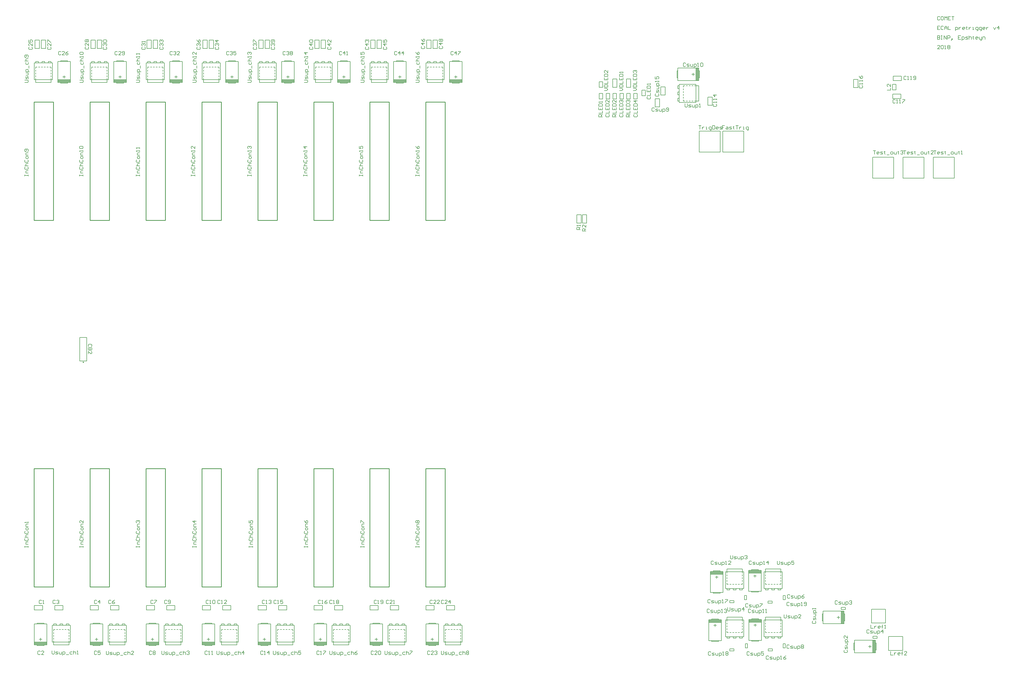
<source format=gto>
%FSAX43Y43*%
%MOMM*%
G71*
G01*
G75*
G04 Layer_Color=65535*
%ADD10C,0.175*%
G04:AMPARAMS|DCode=11|XSize=1mm|YSize=1.5mm|CornerRadius=0.1mm|HoleSize=0mm|Usage=FLASHONLY|Rotation=90.000|XOffset=0mm|YOffset=0mm|HoleType=Round|Shape=RoundedRectangle|*
%AMROUNDEDRECTD11*
21,1,1.000,1.300,0,0,90.0*
21,1,0.800,1.500,0,0,90.0*
1,1,0.200,0.650,0.400*
1,1,0.200,0.650,-0.400*
1,1,0.200,-0.650,-0.400*
1,1,0.200,-0.650,0.400*
%
%ADD11ROUNDEDRECTD11*%
G04:AMPARAMS|DCode=12|XSize=0.8mm|YSize=1mm|CornerRadius=0.08mm|HoleSize=0mm|Usage=FLASHONLY|Rotation=270.000|XOffset=0mm|YOffset=0mm|HoleType=Round|Shape=RoundedRectangle|*
%AMROUNDEDRECTD12*
21,1,0.800,0.840,0,0,270.0*
21,1,0.640,1.000,0,0,270.0*
1,1,0.160,-0.420,-0.320*
1,1,0.160,-0.420,0.320*
1,1,0.160,0.420,0.320*
1,1,0.160,0.420,-0.320*
%
%ADD12ROUNDEDRECTD12*%
%ADD13O,2.100X6.000*%
%ADD14O,2.100X6.000*%
%ADD15R,3.048X3.048*%
%ADD16R,0.500X0.600*%
%ADD17R,0.600X0.500*%
G04:AMPARAMS|DCode=18|XSize=0.5mm|YSize=0.6mm|CornerRadius=0mm|HoleSize=0mm|Usage=FLASHONLY|Rotation=135.000|XOffset=0mm|YOffset=0mm|HoleType=Round|Shape=Rectangle|*
%AMROTATEDRECTD18*
4,1,4,0.389,0.035,-0.035,-0.389,-0.389,-0.035,0.035,0.389,0.389,0.035,0.0*
%
%ADD18ROTATEDRECTD18*%

G04:AMPARAMS|DCode=19|XSize=0.8mm|YSize=1mm|CornerRadius=0.08mm|HoleSize=0mm|Usage=FLASHONLY|Rotation=0.000|XOffset=0mm|YOffset=0mm|HoleType=Round|Shape=RoundedRectangle|*
%AMROUNDEDRECTD19*
21,1,0.800,0.840,0,0,0.0*
21,1,0.640,1.000,0,0,0.0*
1,1,0.160,0.320,-0.420*
1,1,0.160,-0.320,-0.420*
1,1,0.160,-0.320,0.420*
1,1,0.160,0.320,0.420*
%
%ADD19ROUNDEDRECTD19*%
%ADD20R,0.762X2.540*%
%ADD21R,5.000X6.000*%
%ADD22O,0.305X1.016*%
%ADD23O,0.813X0.305*%
%ADD24R,3.048X3.048*%
%ADD25O,1.016X0.305*%
%ADD26O,0.305X0.813*%
%ADD27R,6.000X5.000*%
%ADD28R,2.540X0.762*%
G04:AMPARAMS|DCode=29|XSize=0.5mm|YSize=0.6mm|CornerRadius=0mm|HoleSize=0mm|Usage=FLASHONLY|Rotation=45.000|XOffset=0mm|YOffset=0mm|HoleType=Round|Shape=Rectangle|*
%AMROTATEDRECTD29*
4,1,4,0.035,-0.389,-0.389,0.035,-0.035,0.389,0.389,-0.035,0.035,-0.389,0.0*
%
%ADD29ROTATEDRECTD29*%

G04:AMPARAMS|DCode=30|XSize=1mm|YSize=2mm|CornerRadius=0.1mm|HoleSize=0mm|Usage=FLASHONLY|Rotation=270.000|XOffset=0mm|YOffset=0mm|HoleType=Round|Shape=RoundedRectangle|*
%AMROUNDEDRECTD30*
21,1,1.000,1.800,0,0,270.0*
21,1,0.800,2.000,0,0,270.0*
1,1,0.200,-0.900,-0.400*
1,1,0.200,-0.900,0.400*
1,1,0.200,0.900,0.400*
1,1,0.200,0.900,-0.400*
%
%ADD30ROUNDEDRECTD30*%
%ADD31C,0.500*%
%ADD32C,0.150*%
%ADD33C,1.524*%
%ADD34C,0.508*%
%ADD35C,0.300*%
%ADD36C,0.400*%
%ADD37C,1.000*%
%ADD38C,0.200*%
%ADD39C,0.254*%
%ADD40C,1.016*%
%ADD41C,1.160*%
%ADD42C,5.000*%
%ADD43C,4.000*%
%ADD44C,1.422*%
%ADD45C,3.000*%
%ADD46C,2.500*%
%ADD47C,1.524*%
%ADD48C,1.850*%
%ADD49R,1.850X1.850*%
%ADD50C,2.438*%
%ADD51R,1.850X1.850*%
%ADD52R,1.500X1.500*%
%ADD53C,1.500*%
%ADD54C,1.200*%
%ADD55C,0.500*%
%ADD56C,1.270*%
%ADD57C,1.800*%
%ADD58C,0.900*%
%ADD59C,0.600*%
%ADD60C,1.300*%
%ADD61C,0.700*%
%ADD62C,1.000*%
%ADD63C,2.000*%
%ADD64C,3.200*%
%ADD65C,3.400*%
%ADD66C,1.213*%
G04:AMPARAMS|DCode=67|XSize=1.5628mm|YSize=1.5628mm|CornerRadius=0mm|HoleSize=0mm|Usage=FLASHONLY|Rotation=0.000|XOffset=0mm|YOffset=0mm|HoleType=Round|Shape=Relief|Width=0.175mm|Gap=0.2mm|Entries=4|*
%AMTHD67*
7,0,0,1.563,1.163,0.175,45*
%
%ADD67THD67*%
%ADD68C,2.200*%
%ADD69C,2.700*%
G04:AMPARAMS|DCode=70|XSize=1.85mm|YSize=1.85mm|CornerRadius=0mm|HoleSize=0mm|Usage=FLASHONLY|Rotation=0.000|XOffset=0mm|YOffset=0mm|HoleType=Round|Shape=Relief|Width=0.175mm|Gap=0.2mm|Entries=4|*
%AMTHD70*
7,0,0,1.850,1.450,0.175,45*
%
%ADD70THD70*%
G04:AMPARAMS|DCode=71|XSize=1.65mm|YSize=1.65mm|CornerRadius=0mm|HoleSize=0mm|Usage=FLASHONLY|Rotation=0.000|XOffset=0mm|YOffset=0mm|HoleType=Round|Shape=Relief|Width=0.175mm|Gap=0.2mm|Entries=4|*
%AMTHD71*
7,0,0,1.650,1.250,0.175,45*
%
%ADD71THD71*%
%ADD72C,1.721*%
G04:AMPARAMS|DCode=73|XSize=2.0708mm|YSize=2.0708mm|CornerRadius=0mm|HoleSize=0mm|Usage=FLASHONLY|Rotation=0.000|XOffset=0mm|YOffset=0mm|HoleType=Round|Shape=Relief|Width=0.175mm|Gap=0.2mm|Entries=4|*
%AMTHD73*
7,0,0,2.071,1.671,0.175,45*
%
%ADD73THD73*%
G04:AMPARAMS|DCode=74|XSize=1.55mm|YSize=1.55mm|CornerRadius=0mm|HoleSize=0mm|Usage=FLASHONLY|Rotation=0.000|XOffset=0mm|YOffset=0mm|HoleType=Round|Shape=Relief|Width=0.175mm|Gap=0.2mm|Entries=4|*
%AMTHD74*
7,0,0,1.550,1.150,0.175,45*
%
%ADD74THD74*%
G04:AMPARAMS|DCode=75|XSize=1.45mm|YSize=1.45mm|CornerRadius=0mm|HoleSize=0mm|Usage=FLASHONLY|Rotation=0.000|XOffset=0mm|YOffset=0mm|HoleType=Round|Shape=Relief|Width=0.175mm|Gap=0.2mm|Entries=4|*
%AMTHD75*
7,0,0,1.450,1.050,0.175,45*
%
%ADD75THD75*%
G04:AMPARAMS|DCode=76|XSize=1mm|YSize=1mm|CornerRadius=0mm|HoleSize=0mm|Usage=FLASHONLY|Rotation=0.000|XOffset=0mm|YOffset=0mm|HoleType=Round|Shape=Relief|Width=0.175mm|Gap=0.2mm|Entries=4|*
%AMTHD76*
7,0,0,1.000,0.600,0.175,45*
%
%ADD76THD76*%
%ADD77C,0.650*%
%ADD78C,1.400*%
%ADD79C,1.111*%
%ADD80C,0.700*%
G04:AMPARAMS|DCode=81|XSize=1.95mm|YSize=1.95mm|CornerRadius=0mm|HoleSize=0mm|Usage=FLASHONLY|Rotation=0.000|XOffset=0mm|YOffset=0mm|HoleType=Round|Shape=Relief|Width=0.175mm|Gap=0.2mm|Entries=4|*
%AMTHD81*
7,0,0,1.950,1.550,0.175,45*
%
%ADD81THD81*%
%ADD82C,1.600*%
%ADD83C,1.100*%
%ADD84C,0.900*%
G04:AMPARAMS|DCode=85|XSize=1.4612mm|YSize=1.4612mm|CornerRadius=0mm|HoleSize=0mm|Usage=FLASHONLY|Rotation=0.000|XOffset=0mm|YOffset=0mm|HoleType=Round|Shape=Relief|Width=0.175mm|Gap=0.2mm|Entries=4|*
%AMTHD85*
7,0,0,1.461,1.061,0.175,45*
%
%ADD85THD85*%
%ADD86C,0.800*%
%ADD87C,1.000*%
%ADD88C,1.670*%
G04:AMPARAMS|DCode=89|XSize=1.05mm|YSize=1.05mm|CornerRadius=0mm|HoleSize=0mm|Usage=FLASHONLY|Rotation=0.000|XOffset=0mm|YOffset=0mm|HoleType=Round|Shape=Relief|Width=0.175mm|Gap=0.2mm|Entries=4|*
%AMTHD89*
7,0,0,1.050,0.650,0.175,45*
%
%ADD89THD89*%
G04:AMPARAMS|DCode=90|XSize=1.35mm|YSize=1.35mm|CornerRadius=0mm|HoleSize=0mm|Usage=FLASHONLY|Rotation=0.000|XOffset=0mm|YOffset=0mm|HoleType=Round|Shape=Relief|Width=0.175mm|Gap=0.2mm|Entries=4|*
%AMTHD90*
7,0,0,1.350,0.950,0.175,45*
%
%ADD90THD90*%
%ADD91R,0.250X1.600*%
%ADD92O,0.250X1.600*%
%ADD93O,1.600X0.250*%
%ADD94O,0.300X1.700*%
%ADD95R,3.100X3.100*%
%ADD96O,0.800X0.250*%
%ADD97O,0.250X0.800*%
%ADD98O,0.250X0.800*%
%ADD99O,0.800X0.250*%
%ADD100R,0.800X0.250*%
%ADD101R,1.778X0.381*%
%ADD102O,1.778X0.381*%
%ADD103R,4.600X0.810*%
%ADD104R,4.600X0.610*%
%ADD105R,1.500X1.600*%
G04:AMPARAMS|DCode=106|XSize=1.6mm|YSize=1.5mm|CornerRadius=0mm|HoleSize=0mm|Usage=FLASHONLY|Rotation=270.000|XOffset=0mm|YOffset=0mm|HoleType=Round|Shape=Octagon|*
%AMOCTAGOND106*
4,1,8,-0.375,-0.800,0.375,-0.800,0.750,-0.425,0.750,0.425,0.375,0.800,-0.375,0.800,-0.750,0.425,-0.750,-0.425,-0.375,-0.800,0.0*
%
%ADD106OCTAGOND106*%

%ADD107R,0.508X1.778*%
%ADD108O,0.508X1.778*%
%ADD109O,1.270X0.762*%
%ADD110R,1.270X0.762*%
%ADD111R,1.650X0.300*%
%ADD112C,0.305*%
%ADD113C,0.120*%
%ADD114C,0.250*%
%ADD115C,0.203*%
G54D38*
X0244865Y0247508D02*
X0246135D01*
X0244865Y0249540D02*
X0246135D01*
Y0247508D02*
Y0249540D01*
X0244865Y0247508D02*
Y0249540D01*
X0239865Y0247508D02*
X0241135D01*
X0239865Y0249540D02*
X0241135D01*
Y0247508D02*
Y0249540D01*
X0239865Y0247508D02*
Y0249540D01*
X0234865Y0247508D02*
X0236135D01*
X0234865Y0249540D02*
X0236135D01*
Y0247508D02*
Y0249540D01*
X0234865Y0247508D02*
Y0249540D01*
X0341365Y0252786D02*
X0342635D01*
X0341365Y0250754D02*
X0342635D01*
X0341365D02*
Y0252786D01*
X0342635Y0250754D02*
Y0252786D01*
X0257200Y0248900D02*
X0258800D01*
Y0251900D01*
X0257200D02*
X0258800D01*
X0257200Y0248900D02*
Y0251900D01*
X0255200Y0247600D02*
X0256800D01*
X0255200Y0244600D02*
Y0247600D01*
Y0244600D02*
X0256800D01*
Y0247600D01*
X0247365Y0247508D02*
X0248635D01*
X0247365Y0249540D02*
X0248635D01*
Y0247508D02*
Y0249540D01*
X0247365Y0247508D02*
Y0249540D01*
X0242365Y0247508D02*
X0243635D01*
X0242365Y0249540D02*
X0243635D01*
Y0247508D02*
Y0249540D01*
X0242365Y0247508D02*
Y0249540D01*
X0237365Y0247508D02*
X0238635D01*
X0237365Y0249540D02*
X0238635D01*
Y0247508D02*
Y0249540D01*
X0237365Y0247508D02*
Y0249540D01*
X0250365Y0248714D02*
X0251635D01*
X0250365Y0250746D02*
X0251635D01*
Y0248714D02*
Y0250746D01*
X0250365Y0248714D02*
Y0250746D01*
X0338850Y0057000D02*
Y0059500D01*
X0333750Y0057000D02*
X0338850D01*
X0333750D02*
Y0062000D01*
X0338850D01*
Y0059500D02*
Y0062000D01*
X0090874Y0265886D02*
X0092474D01*
Y0268886D01*
X0090874D02*
X0092474D01*
X0090874Y0265886D02*
Y0268886D01*
X0072840Y0265886D02*
X0074440D01*
Y0268886D01*
X0072840D02*
X0074440D01*
X0072840Y0265886D02*
Y0268886D01*
X0050234Y0265886D02*
X0051834D01*
Y0268886D01*
X0050234D02*
X0051834D01*
X0050234Y0265886D02*
Y0268886D01*
X0052520Y0265886D02*
X0054120D01*
Y0268886D01*
X0052520D02*
X0054120D01*
X0052520Y0265886D02*
Y0268886D01*
X0070554Y0265886D02*
X0072154D01*
Y0268886D01*
X0070554D02*
X0072154D01*
X0070554Y0265886D02*
Y0268886D01*
X0341400Y0247700D02*
X0344400D01*
X0341400D02*
Y0249300D01*
X0344400D01*
Y0247700D02*
Y0249300D01*
X0274300Y0245200D02*
Y0248200D01*
X0275900D01*
Y0245200D02*
Y0248200D01*
X0274300Y0245200D02*
X0275900D01*
X0345050Y0047040D02*
Y0049540D01*
X0339950Y0047040D02*
X0345050D01*
X0339950D02*
Y0052040D01*
X0345050D01*
Y0049540D02*
Y0052040D01*
X0131300Y0061700D02*
Y0063300D01*
Y0061700D02*
X0134300D01*
Y0063300D01*
X0131300D02*
X0134300D01*
X0141700Y0061700D02*
Y0063300D01*
X0138700D02*
X0141700D01*
X0138700Y0061700D02*
Y0063300D01*
Y0061700D02*
X0141700D01*
X0151600D02*
Y0063300D01*
Y0061700D02*
X0154600D01*
Y0063300D01*
X0151600D02*
X0154600D01*
X0029700D02*
X0032700D01*
Y0061700D02*
Y0063300D01*
X0029700Y0061700D02*
X0032700D01*
X0029700D02*
Y0063300D01*
X0037100Y0061700D02*
X0040100D01*
X0037100D02*
Y0063300D01*
X0040100D01*
Y0061700D02*
Y0063300D01*
X0050000D02*
X0053000D01*
Y0061700D02*
Y0063300D01*
X0050000Y0061700D02*
X0053000D01*
X0050000D02*
Y0063300D01*
X0057400Y0061700D02*
X0060400D01*
X0057400D02*
Y0063300D01*
X0060400D01*
Y0061700D02*
Y0063300D01*
X0070400D02*
X0073400D01*
Y0061700D02*
Y0063300D01*
X0070400Y0061700D02*
X0073400D01*
X0070400D02*
Y0063300D01*
X0077740Y0061700D02*
X0080740D01*
X0077740D02*
Y0063300D01*
X0080740D01*
Y0061700D02*
Y0063300D01*
X0090700D02*
X0093700D01*
Y0061700D02*
Y0063300D01*
X0090700Y0061700D02*
X0093700D01*
X0090700D02*
Y0063300D01*
X0098100Y0061700D02*
X0101100D01*
X0098100D02*
Y0063300D01*
X0101100D01*
Y0061700D02*
Y0063300D01*
X0111000D02*
X0114000D01*
Y0061700D02*
Y0063300D01*
X0111000Y0061700D02*
X0114000D01*
X0111000D02*
Y0063300D01*
X0118380Y0061700D02*
X0121380D01*
X0118380D02*
Y0063300D01*
X0121380D01*
Y0061700D02*
Y0063300D01*
X0159000Y0061700D02*
X0162000D01*
X0159000D02*
Y0063300D01*
X0162000D01*
Y0061700D02*
Y0063300D01*
X0171902D02*
X0174902D01*
Y0061700D02*
Y0063300D01*
X0171902Y0061700D02*
X0174902D01*
X0171902D02*
Y0063300D01*
X0179340Y0061700D02*
X0182340D01*
X0179340D02*
Y0063300D01*
X0182340D01*
Y0061700D02*
Y0063300D01*
X0032200Y0265886D02*
Y0268886D01*
X0033800D01*
Y0265886D02*
Y0268886D01*
X0032200Y0265886D02*
X0033800D01*
X0093160Y0265884D02*
Y0268884D01*
X0094760D01*
Y0265884D02*
Y0268884D01*
X0093160Y0265884D02*
X0094760D01*
X0113480D02*
Y0268884D01*
X0115080D01*
Y0265884D02*
Y0268884D01*
X0113480Y0265884D02*
X0115080D01*
X0133800D02*
Y0268884D01*
X0135400D01*
Y0265884D02*
Y0268884D01*
X0133800Y0265884D02*
X0135400D01*
X0154120D02*
Y0268884D01*
X0155720D01*
Y0265884D02*
Y0268884D01*
X0154120Y0265884D02*
X0155720D01*
X0174440D02*
Y0268884D01*
X0176040D01*
Y0265884D02*
Y0268884D01*
X0174440Y0265884D02*
X0176040D01*
X0029914Y0265886D02*
Y0268886D01*
X0031514D01*
Y0265886D02*
Y0268886D01*
X0029914Y0265886D02*
X0031514D01*
X0111194D02*
Y0268886D01*
X0112794D01*
Y0265886D02*
Y0268886D01*
X0111194Y0265886D02*
X0112794D01*
X0131514D02*
Y0268886D01*
X0133114D01*
Y0265886D02*
Y0268886D01*
X0131514Y0265886D02*
X0133114D01*
X0151834D02*
Y0268886D01*
X0153434D01*
Y0265886D02*
Y0268886D01*
X0151834Y0265886D02*
X0153434D01*
X0172154D02*
Y0268886D01*
X0173754D01*
Y0265886D02*
Y0268886D01*
X0172154Y0265886D02*
X0173754D01*
X0327200Y0251600D02*
Y0254600D01*
X0328800D01*
Y0251600D02*
Y0254600D01*
X0327200Y0251600D02*
X0328800D01*
X0341600Y0254200D02*
X0344600D01*
X0341600D02*
Y0255800D01*
X0344600D01*
Y0254200D02*
Y0255800D01*
X0226700Y0202400D02*
Y0205400D01*
X0228300D01*
Y0202400D02*
Y0205400D01*
X0226700Y0202400D02*
X0228300D01*
X0228700D02*
Y0205400D01*
X0230300D01*
Y0202400D02*
Y0205400D01*
X0228700Y0202400D02*
X0230300D01*
X0234865Y0253786D02*
X0236135D01*
X0234865Y0251754D02*
X0236135D01*
X0234865D02*
Y0253786D01*
X0236135Y0251754D02*
Y0253786D01*
X0046230Y0152260D02*
X0048770D01*
Y0160820D01*
X0046230D02*
X0048770D01*
X0046230Y0152260D02*
Y0160820D01*
X0050383Y0157474D02*
X0050600Y0157690D01*
Y0158123D01*
X0050383Y0158340D01*
X0049517D01*
X0049300Y0158123D01*
Y0157690D01*
X0049517Y0157474D01*
X0050600Y0157040D02*
X0049300D01*
Y0156391D01*
X0049517Y0156174D01*
X0049733D01*
X0049950Y0156391D01*
Y0157040D01*
Y0156391D01*
X0050166Y0156174D01*
X0050383D01*
X0050600Y0156391D01*
Y0157040D01*
X0049300Y0154874D02*
Y0155741D01*
X0050166Y0154874D01*
X0050383D01*
X0050600Y0155091D01*
Y0155524D01*
X0050383Y0155741D01*
X0246000Y0241000D02*
X0244700D01*
Y0241650D01*
X0244917Y0241866D01*
X0245350D01*
X0245567Y0241650D01*
Y0241000D01*
Y0241433D02*
X0246000Y0241866D01*
X0244700Y0242300D02*
X0246000D01*
Y0243166D01*
X0244700Y0244466D02*
Y0243599D01*
X0246000D01*
Y0244466D01*
X0245350Y0243599D02*
Y0244032D01*
X0244700Y0244899D02*
X0246000D01*
Y0245549D01*
X0245783Y0245765D01*
X0244917D01*
X0244700Y0245549D01*
Y0244899D01*
X0244917Y0246198D02*
X0244700Y0246415D01*
Y0246848D01*
X0244917Y0247065D01*
X0245134D01*
X0245350Y0246848D01*
Y0246632D01*
Y0246848D01*
X0245567Y0247065D01*
X0245783D01*
X0246000Y0246848D01*
Y0246415D01*
X0245783Y0246198D01*
X0241000Y0241000D02*
X0239700D01*
Y0241650D01*
X0239917Y0241866D01*
X0240350D01*
X0240567Y0241650D01*
Y0241000D01*
Y0241433D02*
X0241000Y0241866D01*
X0239700Y0242300D02*
X0241000D01*
Y0243166D01*
X0239700Y0244466D02*
Y0243599D01*
X0241000D01*
Y0244466D01*
X0240350Y0243599D02*
Y0244032D01*
X0239700Y0244899D02*
X0241000D01*
Y0245549D01*
X0240783Y0245765D01*
X0239917D01*
X0239700Y0245549D01*
Y0244899D01*
X0241000Y0247065D02*
Y0246198D01*
X0240134Y0247065D01*
X0239917D01*
X0239700Y0246848D01*
Y0246415D01*
X0239917Y0246198D01*
X0236000Y0241000D02*
X0234700D01*
Y0241650D01*
X0234917Y0241866D01*
X0235350D01*
X0235567Y0241650D01*
Y0241000D01*
Y0241433D02*
X0236000Y0241866D01*
X0234700Y0242300D02*
X0236000D01*
Y0243166D01*
X0234700Y0244466D02*
Y0243599D01*
X0236000D01*
Y0244466D01*
X0235350Y0243599D02*
Y0244032D01*
X0234700Y0244899D02*
X0236000D01*
Y0245549D01*
X0235783Y0245765D01*
X0234917D01*
X0234700Y0245549D01*
Y0244899D01*
X0236000Y0246198D02*
Y0246632D01*
Y0246415D01*
X0234700D01*
X0234917Y0246198D01*
X0339400Y0250700D02*
X0340700D01*
Y0251566D01*
Y0252866D02*
Y0252000D01*
X0339834Y0252866D01*
X0339617D01*
X0339400Y0252649D01*
Y0252216D01*
X0339617Y0252000D01*
X0255417Y0249366D02*
X0255200Y0249150D01*
Y0248717D01*
X0255417Y0248500D01*
X0256283D01*
X0256500Y0248717D01*
Y0249150D01*
X0256283Y0249366D01*
X0256500Y0249800D02*
Y0250449D01*
X0256283Y0250666D01*
X0256067Y0250449D01*
Y0250016D01*
X0255850Y0249800D01*
X0255634Y0250016D01*
Y0250666D01*
Y0251099D02*
X0256283D01*
X0256500Y0251316D01*
Y0251966D01*
X0255634D01*
X0256933Y0252399D02*
X0255634D01*
Y0253049D01*
X0255850Y0253265D01*
X0256283D01*
X0256500Y0253049D01*
Y0252399D01*
Y0253698D02*
Y0254132D01*
Y0253915D01*
X0255200D01*
X0255417Y0253698D01*
X0255200Y0255648D02*
Y0254781D01*
X0255850D01*
X0255634Y0255214D01*
Y0255431D01*
X0255850Y0255648D01*
X0256283D01*
X0256500Y0255431D01*
Y0254998D01*
X0256283Y0254781D01*
X0254866Y0244083D02*
X0254650Y0244300D01*
X0254217D01*
X0254000Y0244083D01*
Y0243217D01*
X0254217Y0243000D01*
X0254650D01*
X0254866Y0243217D01*
X0255300Y0243000D02*
X0255949D01*
X0256166Y0243217D01*
X0255949Y0243433D01*
X0255516D01*
X0255300Y0243650D01*
X0255516Y0243866D01*
X0256166D01*
X0256599D02*
Y0243217D01*
X0256816Y0243000D01*
X0257466D01*
Y0243866D01*
X0257899Y0242567D02*
Y0243866D01*
X0258549D01*
X0258765Y0243650D01*
Y0243217D01*
X0258549Y0243000D01*
X0257899D01*
X0259198Y0243217D02*
X0259415Y0243000D01*
X0259848D01*
X0260065Y0243217D01*
Y0244083D01*
X0259848Y0244300D01*
X0259415D01*
X0259198Y0244083D01*
Y0243866D01*
X0259415Y0243650D01*
X0260065D01*
X0247617Y0241866D02*
X0247400Y0241650D01*
Y0241217D01*
X0247617Y0241000D01*
X0248483D01*
X0248700Y0241217D01*
Y0241650D01*
X0248483Y0241866D01*
X0247400Y0242300D02*
X0248700D01*
Y0243166D01*
X0247400Y0244466D02*
Y0243599D01*
X0248700D01*
Y0244466D01*
X0248050Y0243599D02*
Y0244032D01*
X0247400Y0244899D02*
X0248700D01*
Y0245549D01*
X0248483Y0245765D01*
X0247617D01*
X0247400Y0245549D01*
Y0244899D01*
X0248700Y0246848D02*
X0247400D01*
X0248050Y0246198D01*
Y0247065D01*
X0242417Y0241866D02*
X0242200Y0241650D01*
Y0241217D01*
X0242417Y0241000D01*
X0243283D01*
X0243500Y0241217D01*
Y0241650D01*
X0243283Y0241866D01*
X0242200Y0242300D02*
X0243500D01*
Y0243166D01*
X0242200Y0244466D02*
Y0243599D01*
X0243500D01*
Y0244466D01*
X0242850Y0243599D02*
Y0244032D01*
X0242200Y0244899D02*
X0243500D01*
Y0245549D01*
X0243283Y0245765D01*
X0242417D01*
X0242200Y0245549D01*
Y0244899D01*
X0242417Y0246198D02*
X0242200Y0246415D01*
Y0246848D01*
X0242417Y0247065D01*
X0242634D01*
X0242850Y0246848D01*
Y0246632D01*
Y0246848D01*
X0243067Y0247065D01*
X0243283D01*
X0243500Y0246848D01*
Y0246415D01*
X0243283Y0246198D01*
X0237417Y0241866D02*
X0237200Y0241650D01*
Y0241217D01*
X0237417Y0241000D01*
X0238283D01*
X0238500Y0241217D01*
Y0241650D01*
X0238283Y0241866D01*
X0237200Y0242300D02*
X0238500D01*
Y0243166D01*
X0237200Y0244466D02*
Y0243599D01*
X0238500D01*
Y0244466D01*
X0237850Y0243599D02*
Y0244032D01*
X0237200Y0244899D02*
X0238500D01*
Y0245549D01*
X0238283Y0245765D01*
X0237417D01*
X0237200Y0245549D01*
Y0244899D01*
X0238500Y0247065D02*
Y0246198D01*
X0237634Y0247065D01*
X0237417D01*
X0237200Y0246848D01*
Y0246415D01*
X0237417Y0246198D01*
X0252417Y0248366D02*
X0252200Y0248150D01*
Y0247717D01*
X0252417Y0247500D01*
X0253283D01*
X0253500Y0247717D01*
Y0248150D01*
X0253283Y0248366D01*
X0252200Y0248800D02*
X0253500D01*
Y0249666D01*
X0252200Y0250966D02*
Y0250099D01*
X0253500D01*
Y0250966D01*
X0252850Y0250099D02*
Y0250532D01*
X0252200Y0251399D02*
X0253500D01*
Y0252049D01*
X0253283Y0252265D01*
X0252417D01*
X0252200Y0252049D01*
Y0251399D01*
X0253500Y0252698D02*
Y0253132D01*
Y0252915D01*
X0252200D01*
X0252417Y0252698D01*
X0333500Y0056300D02*
Y0055000D01*
X0334366D01*
X0334800Y0055866D02*
Y0055000D01*
Y0055433D01*
X0335016Y0055650D01*
X0335233Y0055866D01*
X0335449D01*
X0336749Y0055000D02*
X0336316D01*
X0336099Y0055217D01*
Y0055650D01*
X0336316Y0055866D01*
X0336749D01*
X0336966Y0055650D01*
Y0055433D01*
X0336099D01*
X0337615Y0055000D02*
Y0056083D01*
Y0055650D01*
X0337399D01*
X0337832D01*
X0337615D01*
Y0056083D01*
X0337832Y0056300D01*
X0338482Y0055000D02*
X0338915D01*
X0338698D01*
Y0056300D01*
X0338482Y0056083D01*
X0100366Y0264583D02*
X0100150Y0264800D01*
X0099717D01*
X0099500Y0264583D01*
Y0263717D01*
X0099717Y0263500D01*
X0100150D01*
X0100366Y0263717D01*
X0100800Y0264583D02*
X0101016Y0264800D01*
X0101449D01*
X0101666Y0264583D01*
Y0264366D01*
X0101449Y0264150D01*
X0101233D01*
X0101449D01*
X0101666Y0263933D01*
Y0263717D01*
X0101449Y0263500D01*
X0101016D01*
X0100800Y0263717D01*
X0102966Y0264800D02*
X0102099D01*
Y0264150D01*
X0102532Y0264366D01*
X0102749D01*
X0102966Y0264150D01*
Y0263717D01*
X0102749Y0263500D01*
X0102316D01*
X0102099Y0263717D01*
X0095617Y0266366D02*
X0095400Y0266150D01*
Y0265717D01*
X0095617Y0265500D01*
X0096483D01*
X0096700Y0265717D01*
Y0266150D01*
X0096483Y0266366D01*
X0095617Y0266800D02*
X0095400Y0267016D01*
Y0267449D01*
X0095617Y0267666D01*
X0095834D01*
X0096050Y0267449D01*
Y0267233D01*
Y0267449D01*
X0096267Y0267666D01*
X0096483D01*
X0096700Y0267449D01*
Y0267016D01*
X0096483Y0266800D01*
X0096700Y0268749D02*
X0095400D01*
X0096050Y0268099D01*
Y0268966D01*
X0075417Y0266366D02*
X0075200Y0266150D01*
Y0265717D01*
X0075417Y0265500D01*
X0076283D01*
X0076500Y0265717D01*
Y0266150D01*
X0076283Y0266366D01*
X0075417Y0266800D02*
X0075200Y0267016D01*
Y0267449D01*
X0075417Y0267666D01*
X0075634D01*
X0075850Y0267449D01*
Y0267233D01*
Y0267449D01*
X0076067Y0267666D01*
X0076283D01*
X0076500Y0267449D01*
Y0267016D01*
X0076283Y0266800D01*
X0075417Y0268099D02*
X0075200Y0268316D01*
Y0268749D01*
X0075417Y0268966D01*
X0075634D01*
X0075850Y0268749D01*
Y0268532D01*
Y0268749D01*
X0076067Y0268966D01*
X0076283D01*
X0076500Y0268749D01*
Y0268316D01*
X0076283Y0268099D01*
X0079866Y0264583D02*
X0079650Y0264800D01*
X0079217D01*
X0079000Y0264583D01*
Y0263717D01*
X0079217Y0263500D01*
X0079650D01*
X0079866Y0263717D01*
X0080300Y0264583D02*
X0080516Y0264800D01*
X0080949D01*
X0081166Y0264583D01*
Y0264366D01*
X0080949Y0264150D01*
X0080733D01*
X0080949D01*
X0081166Y0263933D01*
Y0263717D01*
X0080949Y0263500D01*
X0080516D01*
X0080300Y0263717D01*
X0082466Y0263500D02*
X0081599D01*
X0082466Y0264366D01*
Y0264583D01*
X0082249Y0264800D01*
X0081816D01*
X0081599Y0264583D01*
X0068917Y0266366D02*
X0068700Y0266150D01*
Y0265717D01*
X0068917Y0265500D01*
X0069783D01*
X0070000Y0265717D01*
Y0266150D01*
X0069783Y0266366D01*
X0068917Y0266800D02*
X0068700Y0267016D01*
Y0267449D01*
X0068917Y0267666D01*
X0069134D01*
X0069350Y0267449D01*
Y0267233D01*
Y0267449D01*
X0069567Y0267666D01*
X0069783D01*
X0070000Y0267449D01*
Y0267016D01*
X0069783Y0266800D01*
X0070000Y0268099D02*
Y0268532D01*
Y0268316D01*
X0068700D01*
X0068917Y0268099D01*
X0054917Y0266366D02*
X0054700Y0266150D01*
Y0265717D01*
X0054917Y0265500D01*
X0055783D01*
X0056000Y0265717D01*
Y0266150D01*
X0055783Y0266366D01*
X0054917Y0266800D02*
X0054700Y0267016D01*
Y0267449D01*
X0054917Y0267666D01*
X0055134D01*
X0055350Y0267449D01*
Y0267233D01*
Y0267449D01*
X0055567Y0267666D01*
X0055783D01*
X0056000Y0267449D01*
Y0267016D01*
X0055783Y0266800D01*
X0054917Y0268099D02*
X0054700Y0268316D01*
Y0268749D01*
X0054917Y0268966D01*
X0055783D01*
X0056000Y0268749D01*
Y0268316D01*
X0055783Y0268099D01*
X0054917D01*
X0059866Y0264583D02*
X0059650Y0264800D01*
X0059217D01*
X0059000Y0264583D01*
Y0263717D01*
X0059217Y0263500D01*
X0059650D01*
X0059866Y0263717D01*
X0061166Y0263500D02*
X0060300D01*
X0061166Y0264366D01*
Y0264583D01*
X0060949Y0264800D01*
X0060516D01*
X0060300Y0264583D01*
X0061599Y0263717D02*
X0061816Y0263500D01*
X0062249D01*
X0062466Y0263717D01*
Y0264583D01*
X0062249Y0264800D01*
X0061816D01*
X0061599Y0264583D01*
Y0264366D01*
X0061816Y0264150D01*
X0062466D01*
X0048367Y0266466D02*
X0048150Y0266250D01*
Y0265817D01*
X0048367Y0265600D01*
X0049233D01*
X0049450Y0265817D01*
Y0266250D01*
X0049233Y0266466D01*
X0049450Y0267766D02*
Y0266900D01*
X0048584Y0267766D01*
X0048367D01*
X0048150Y0267549D01*
Y0267116D01*
X0048367Y0266900D01*
Y0268199D02*
X0048150Y0268416D01*
Y0268849D01*
X0048367Y0269066D01*
X0048584D01*
X0048800Y0268849D01*
X0049017Y0269066D01*
X0049233D01*
X0049450Y0268849D01*
Y0268416D01*
X0049233Y0268199D01*
X0049017D01*
X0048800Y0268416D01*
X0048584Y0268199D01*
X0048367D01*
X0048800Y0268416D02*
Y0268849D01*
X0039366Y0264583D02*
X0039150Y0264800D01*
X0038717D01*
X0038500Y0264583D01*
Y0263717D01*
X0038717Y0263500D01*
X0039150D01*
X0039366Y0263717D01*
X0040666Y0263500D02*
X0039800D01*
X0040666Y0264366D01*
Y0264583D01*
X0040449Y0264800D01*
X0040016D01*
X0039800Y0264583D01*
X0041966Y0264800D02*
X0041532Y0264583D01*
X0041099Y0264150D01*
Y0263717D01*
X0041316Y0263500D01*
X0041749D01*
X0041966Y0263717D01*
Y0263933D01*
X0041749Y0264150D01*
X0041099D01*
X0173366Y0046583D02*
X0173150Y0046800D01*
X0172717D01*
X0172500Y0046583D01*
Y0045717D01*
X0172717Y0045500D01*
X0173150D01*
X0173366Y0045717D01*
X0174666Y0045500D02*
X0173800D01*
X0174666Y0046366D01*
Y0046583D01*
X0174449Y0046800D01*
X0174016D01*
X0173800Y0046583D01*
X0175099D02*
X0175316Y0046800D01*
X0175749D01*
X0175966Y0046583D01*
Y0046366D01*
X0175749Y0046150D01*
X0175532D01*
X0175749D01*
X0175966Y0045933D01*
Y0045717D01*
X0175749Y0045500D01*
X0175316D01*
X0175099Y0045717D01*
X0152866Y0046583D02*
X0152650Y0046800D01*
X0152217D01*
X0152000Y0046583D01*
Y0045717D01*
X0152217Y0045500D01*
X0152650D01*
X0152866Y0045717D01*
X0154166Y0045500D02*
X0153300D01*
X0154166Y0046366D01*
Y0046583D01*
X0153949Y0046800D01*
X0153516D01*
X0153300Y0046583D01*
X0154599D02*
X0154816Y0046800D01*
X0155249D01*
X0155466Y0046583D01*
Y0045717D01*
X0155249Y0045500D01*
X0154816D01*
X0154599Y0045717D01*
Y0046583D01*
X0342366Y0247083D02*
X0342150Y0247300D01*
X0341717D01*
X0341500Y0247083D01*
Y0246217D01*
X0341717Y0246000D01*
X0342150D01*
X0342366Y0246217D01*
X0342800Y0246000D02*
X0343233D01*
X0343016D01*
Y0247300D01*
X0342800Y0247083D01*
X0343883Y0246000D02*
X0344316D01*
X0344099D01*
Y0247300D01*
X0343883Y0247083D01*
X0344966Y0247300D02*
X0345832D01*
Y0247083D01*
X0344966Y0246217D01*
Y0246000D01*
X0276417Y0245666D02*
X0276200Y0245450D01*
Y0245017D01*
X0276417Y0244800D01*
X0277283D01*
X0277500Y0245017D01*
Y0245450D01*
X0277283Y0245666D01*
X0277500Y0246100D02*
Y0246533D01*
Y0246316D01*
X0276200D01*
X0276417Y0246100D01*
X0277500Y0247183D02*
Y0247616D01*
Y0247399D01*
X0276200D01*
X0276417Y0247183D01*
X0277500Y0248915D02*
X0276200D01*
X0276850Y0248266D01*
Y0249132D01*
X0036130Y0046950D02*
Y0045867D01*
X0036347Y0045650D01*
X0036780D01*
X0036996Y0045867D01*
Y0046950D01*
X0037430Y0045650D02*
X0038079D01*
X0038296Y0045867D01*
X0038079Y0046083D01*
X0037646D01*
X0037430Y0046300D01*
X0037646Y0046516D01*
X0038296D01*
X0038729D02*
Y0045867D01*
X0038946Y0045650D01*
X0039596D01*
Y0046516D01*
X0040029Y0045217D02*
Y0046516D01*
X0040679D01*
X0040895Y0046300D01*
Y0045867D01*
X0040679Y0045650D01*
X0040029D01*
X0041328Y0045433D02*
X0042195D01*
X0043494Y0046516D02*
X0042845D01*
X0042628Y0046300D01*
Y0045867D01*
X0042845Y0045650D01*
X0043494D01*
X0043927Y0046950D02*
Y0045650D01*
Y0046300D01*
X0044144Y0046516D01*
X0044577D01*
X0044794Y0046300D01*
Y0045650D01*
X0045227D02*
X0045660D01*
X0045444D01*
Y0046950D01*
X0045227Y0046733D01*
X0340700Y0046640D02*
Y0045340D01*
X0341566D01*
X0342000Y0046206D02*
Y0045340D01*
Y0045773D01*
X0342216Y0045990D01*
X0342433Y0046206D01*
X0342649D01*
X0343949Y0045340D02*
X0343516D01*
X0343299Y0045557D01*
Y0045990D01*
X0343516Y0046206D01*
X0343949D01*
X0344166Y0045990D01*
Y0045773D01*
X0343299D01*
X0344815Y0045340D02*
Y0046423D01*
Y0045990D01*
X0344599D01*
X0345032D01*
X0344815D01*
Y0046423D01*
X0345032Y0046640D01*
X0346548Y0045340D02*
X0345682D01*
X0346548Y0046206D01*
Y0046423D01*
X0346331Y0046640D01*
X0345898D01*
X0345682Y0046423D01*
X0332866Y0054323D02*
X0332650Y0054540D01*
X0332217D01*
X0332000Y0054323D01*
Y0053457D01*
X0332217Y0053240D01*
X0332650D01*
X0332866Y0053457D01*
X0333300Y0053240D02*
X0333949D01*
X0334166Y0053457D01*
X0333949Y0053673D01*
X0333516D01*
X0333300Y0053890D01*
X0333516Y0054106D01*
X0334166D01*
X0334599D02*
Y0053457D01*
X0334816Y0053240D01*
X0335466D01*
Y0054106D01*
X0335899Y0052807D02*
Y0054106D01*
X0336549D01*
X0336765Y0053890D01*
Y0053457D01*
X0336549Y0053240D01*
X0335899D01*
X0337848D02*
Y0054540D01*
X0337198Y0053890D01*
X0338065D01*
X0323917Y0047106D02*
X0323700Y0046890D01*
Y0046457D01*
X0323917Y0046240D01*
X0324783D01*
X0325000Y0046457D01*
Y0046890D01*
X0324783Y0047106D01*
X0325000Y0047540D02*
Y0048189D01*
X0324783Y0048406D01*
X0324567Y0048189D01*
Y0047756D01*
X0324350Y0047540D01*
X0324134Y0047756D01*
Y0048406D01*
Y0048839D02*
X0324783D01*
X0325000Y0049056D01*
Y0049706D01*
X0324134D01*
X0325433Y0050139D02*
X0324134D01*
Y0050789D01*
X0324350Y0051005D01*
X0324783D01*
X0325000Y0050789D01*
Y0050139D01*
Y0052305D02*
Y0051438D01*
X0324134Y0052305D01*
X0323917D01*
X0323700Y0052088D01*
Y0051655D01*
X0323917Y0051438D01*
X0031866Y0046583D02*
X0031650Y0046800D01*
X0031217D01*
X0031000Y0046583D01*
Y0045717D01*
X0031217Y0045500D01*
X0031650D01*
X0031866Y0045717D01*
X0033166Y0045500D02*
X0032300D01*
X0033166Y0046366D01*
Y0046583D01*
X0032949Y0046800D01*
X0032516D01*
X0032300Y0046583D01*
X0312417Y0057666D02*
X0312200Y0057450D01*
Y0057017D01*
X0312417Y0056800D01*
X0313283D01*
X0313500Y0057017D01*
Y0057450D01*
X0313283Y0057666D01*
X0313500Y0058100D02*
Y0058749D01*
X0313283Y0058966D01*
X0313067Y0058749D01*
Y0058316D01*
X0312850Y0058100D01*
X0312634Y0058316D01*
Y0058966D01*
Y0059399D02*
X0313283D01*
X0313500Y0059616D01*
Y0060266D01*
X0312634D01*
X0313933Y0060699D02*
X0312634D01*
Y0061349D01*
X0312850Y0061565D01*
X0313283D01*
X0313500Y0061349D01*
Y0060699D01*
Y0061998D02*
Y0062432D01*
Y0062215D01*
X0312200D01*
X0312417Y0061998D01*
X0321366Y0064883D02*
X0321150Y0065100D01*
X0320717D01*
X0320500Y0064883D01*
Y0064017D01*
X0320717Y0063800D01*
X0321150D01*
X0321366Y0064017D01*
X0321800Y0063800D02*
X0322449D01*
X0322666Y0064017D01*
X0322449Y0064233D01*
X0322016D01*
X0321800Y0064450D01*
X0322016Y0064666D01*
X0322666D01*
X0323099D02*
Y0064017D01*
X0323316Y0063800D01*
X0323966D01*
Y0064666D01*
X0324399Y0063367D02*
Y0064666D01*
X0325049D01*
X0325265Y0064450D01*
Y0064017D01*
X0325049Y0063800D01*
X0324399D01*
X0325698Y0064883D02*
X0325915Y0065100D01*
X0326348D01*
X0326565Y0064883D01*
Y0064666D01*
X0326348Y0064450D01*
X0326132D01*
X0326348D01*
X0326565Y0064233D01*
Y0064017D01*
X0326348Y0063800D01*
X0325915D01*
X0325698Y0064017D01*
X0289366Y0046323D02*
X0289150Y0046540D01*
X0288717D01*
X0288500Y0046323D01*
Y0045457D01*
X0288717Y0045240D01*
X0289150D01*
X0289366Y0045457D01*
X0289800Y0045240D02*
X0290449D01*
X0290666Y0045457D01*
X0290449Y0045673D01*
X0290016D01*
X0289800Y0045890D01*
X0290016Y0046106D01*
X0290666D01*
X0291099D02*
Y0045457D01*
X0291316Y0045240D01*
X0291966D01*
Y0046106D01*
X0292399Y0044807D02*
Y0046106D01*
X0293048D01*
X0293265Y0045890D01*
Y0045457D01*
X0293048Y0045240D01*
X0292399D01*
X0294565Y0046540D02*
X0293698D01*
Y0045890D01*
X0294131Y0046106D01*
X0294348D01*
X0294565Y0045890D01*
Y0045457D01*
X0294348Y0045240D01*
X0293915D01*
X0293698Y0045457D01*
X0304056Y0067089D02*
X0303840Y0067306D01*
X0303407D01*
X0303190Y0067089D01*
Y0066223D01*
X0303407Y0066006D01*
X0303840D01*
X0304056Y0066223D01*
X0304490Y0066006D02*
X0305139D01*
X0305356Y0066223D01*
X0305139Y0066439D01*
X0304706D01*
X0304490Y0066656D01*
X0304706Y0066872D01*
X0305356D01*
X0305789D02*
Y0066223D01*
X0306006Y0066006D01*
X0306656D01*
Y0066872D01*
X0307089Y0065573D02*
Y0066872D01*
X0307738D01*
X0307955Y0066656D01*
Y0066223D01*
X0307738Y0066006D01*
X0307089D01*
X0309255Y0067306D02*
X0308821Y0067089D01*
X0308388Y0066656D01*
Y0066223D01*
X0308605Y0066006D01*
X0309038D01*
X0309255Y0066223D01*
Y0066439D01*
X0309038Y0066656D01*
X0308388D01*
X0288866Y0063823D02*
X0288650Y0064040D01*
X0288217D01*
X0288000Y0063823D01*
Y0062957D01*
X0288217Y0062740D01*
X0288650D01*
X0288866Y0062957D01*
X0289300Y0062740D02*
X0289949D01*
X0290166Y0062957D01*
X0289949Y0063173D01*
X0289516D01*
X0289300Y0063390D01*
X0289516Y0063606D01*
X0290166D01*
X0290599D02*
Y0062957D01*
X0290816Y0062740D01*
X0291466D01*
Y0063606D01*
X0291899Y0062307D02*
Y0063606D01*
X0292548D01*
X0292765Y0063390D01*
Y0062957D01*
X0292548Y0062740D01*
X0291899D01*
X0293198Y0064040D02*
X0294065D01*
Y0063823D01*
X0293198Y0062957D01*
Y0062740D01*
X0303866Y0048823D02*
X0303650Y0049040D01*
X0303217D01*
X0303000Y0048823D01*
Y0047957D01*
X0303217Y0047740D01*
X0303650D01*
X0303866Y0047957D01*
X0304300Y0047740D02*
X0304949D01*
X0305166Y0047957D01*
X0304949Y0048173D01*
X0304516D01*
X0304300Y0048390D01*
X0304516Y0048606D01*
X0305166D01*
X0305599D02*
Y0047957D01*
X0305816Y0047740D01*
X0306466D01*
Y0048606D01*
X0306899Y0047307D02*
Y0048606D01*
X0307548D01*
X0307765Y0048390D01*
Y0047957D01*
X0307548Y0047740D01*
X0306899D01*
X0308198Y0048823D02*
X0308415Y0049040D01*
X0308848D01*
X0309065Y0048823D01*
Y0048606D01*
X0308848Y0048390D01*
X0309065Y0048173D01*
Y0047957D01*
X0308848Y0047740D01*
X0308415D01*
X0308198Y0047957D01*
Y0048173D01*
X0308415Y0048390D01*
X0308198Y0048606D01*
Y0048823D01*
X0308415Y0048390D02*
X0308848D01*
X0289866Y0061823D02*
X0289650Y0062040D01*
X0289217D01*
X0289000Y0061823D01*
Y0060957D01*
X0289217Y0060740D01*
X0289650D01*
X0289866Y0060957D01*
X0290300Y0060740D02*
X0290949D01*
X0291166Y0060957D01*
X0290949Y0061173D01*
X0290516D01*
X0290300Y0061390D01*
X0290516Y0061606D01*
X0291166D01*
X0291599D02*
Y0060957D01*
X0291816Y0060740D01*
X0292466D01*
Y0061606D01*
X0292899Y0060307D02*
Y0061606D01*
X0293548D01*
X0293765Y0061390D01*
Y0060957D01*
X0293548Y0060740D01*
X0292899D01*
X0294198D02*
X0294631D01*
X0294415D01*
Y0062040D01*
X0294198Y0061823D01*
X0295281Y0060740D02*
X0295714D01*
X0295498D01*
Y0062040D01*
X0295281Y0061823D01*
X0276366Y0079323D02*
X0276150Y0079540D01*
X0275717D01*
X0275500Y0079323D01*
Y0078457D01*
X0275717Y0078240D01*
X0276150D01*
X0276366Y0078457D01*
X0276800Y0078240D02*
X0277449D01*
X0277666Y0078457D01*
X0277449Y0078673D01*
X0277016D01*
X0276800Y0078890D01*
X0277016Y0079106D01*
X0277666D01*
X0278099D02*
Y0078457D01*
X0278316Y0078240D01*
X0278966D01*
Y0079106D01*
X0279399Y0077807D02*
Y0079106D01*
X0280049D01*
X0280265Y0078890D01*
Y0078457D01*
X0280049Y0078240D01*
X0279399D01*
X0280698D02*
X0281132D01*
X0280915D01*
Y0079540D01*
X0280698Y0079323D01*
X0282648Y0078240D02*
X0281781D01*
X0282648Y0079106D01*
Y0079323D01*
X0282431Y0079540D01*
X0281998D01*
X0281781Y0079323D01*
X0274866Y0061823D02*
X0274650Y0062040D01*
X0274217D01*
X0274000Y0061823D01*
Y0060957D01*
X0274217Y0060740D01*
X0274650D01*
X0274866Y0060957D01*
X0275300Y0060740D02*
X0275949D01*
X0276166Y0060957D01*
X0275949Y0061173D01*
X0275516D01*
X0275300Y0061390D01*
X0275516Y0061606D01*
X0276166D01*
X0276599D02*
Y0060957D01*
X0276816Y0060740D01*
X0277466D01*
Y0061606D01*
X0277899Y0060307D02*
Y0061606D01*
X0278548D01*
X0278765Y0061390D01*
Y0060957D01*
X0278548Y0060740D01*
X0277899D01*
X0279198D02*
X0279631D01*
X0279415D01*
Y0062040D01*
X0279198Y0061823D01*
X0280281D02*
X0280498Y0062040D01*
X0280931D01*
X0281148Y0061823D01*
Y0061606D01*
X0280931Y0061390D01*
X0280714D01*
X0280931D01*
X0281148Y0061173D01*
Y0060957D01*
X0280931Y0060740D01*
X0280498D01*
X0280281Y0060957D01*
X0290166Y0079323D02*
X0289950Y0079540D01*
X0289517D01*
X0289300Y0079323D01*
Y0078457D01*
X0289517Y0078240D01*
X0289950D01*
X0290166Y0078457D01*
X0290600Y0078240D02*
X0291249D01*
X0291466Y0078457D01*
X0291249Y0078673D01*
X0290816D01*
X0290600Y0078890D01*
X0290816Y0079106D01*
X0291466D01*
X0291899D02*
Y0078457D01*
X0292116Y0078240D01*
X0292766D01*
Y0079106D01*
X0293199Y0077807D02*
Y0079106D01*
X0293849D01*
X0294065Y0078890D01*
Y0078457D01*
X0293849Y0078240D01*
X0293199D01*
X0294498D02*
X0294931D01*
X0294715D01*
Y0079540D01*
X0294498Y0079323D01*
X0296231Y0078240D02*
Y0079540D01*
X0295581Y0078890D01*
X0296448D01*
X0296366Y0044823D02*
X0296150Y0045040D01*
X0295717D01*
X0295500Y0044823D01*
Y0043957D01*
X0295717Y0043740D01*
X0296150D01*
X0296366Y0043957D01*
X0296800Y0043740D02*
X0297449D01*
X0297666Y0043957D01*
X0297449Y0044173D01*
X0297016D01*
X0296800Y0044390D01*
X0297016Y0044606D01*
X0297666D01*
X0298099D02*
Y0043957D01*
X0298316Y0043740D01*
X0298966D01*
Y0044606D01*
X0299399Y0043307D02*
Y0044606D01*
X0300048D01*
X0300265Y0044390D01*
Y0043957D01*
X0300048Y0043740D01*
X0299399D01*
X0300698D02*
X0301131D01*
X0300915D01*
Y0045040D01*
X0300698Y0044823D01*
X0302648Y0045040D02*
X0302214Y0044823D01*
X0301781Y0044390D01*
Y0043957D01*
X0301998Y0043740D01*
X0302431D01*
X0302648Y0043957D01*
Y0044173D01*
X0302431Y0044390D01*
X0301781D01*
X0275166Y0065323D02*
X0274950Y0065540D01*
X0274517D01*
X0274300Y0065323D01*
Y0064457D01*
X0274517Y0064240D01*
X0274950D01*
X0275166Y0064457D01*
X0275600Y0064240D02*
X0276249D01*
X0276466Y0064457D01*
X0276249Y0064673D01*
X0275816D01*
X0275600Y0064890D01*
X0275816Y0065106D01*
X0276466D01*
X0276899D02*
Y0064457D01*
X0277116Y0064240D01*
X0277766D01*
Y0065106D01*
X0278199Y0063807D02*
Y0065106D01*
X0278848D01*
X0279065Y0064890D01*
Y0064457D01*
X0278848Y0064240D01*
X0278199D01*
X0279498D02*
X0279931D01*
X0279715D01*
Y0065540D01*
X0279498Y0065323D01*
X0280581Y0065540D02*
X0281448D01*
Y0065323D01*
X0280581Y0064457D01*
Y0064240D01*
X0275366Y0046323D02*
X0275150Y0046540D01*
X0274717D01*
X0274500Y0046323D01*
Y0045457D01*
X0274717Y0045240D01*
X0275150D01*
X0275366Y0045457D01*
X0275800Y0045240D02*
X0276449D01*
X0276666Y0045457D01*
X0276449Y0045673D01*
X0276016D01*
X0275800Y0045890D01*
X0276016Y0046106D01*
X0276666D01*
X0277099D02*
Y0045457D01*
X0277316Y0045240D01*
X0277966D01*
Y0046106D01*
X0278399Y0044807D02*
Y0046106D01*
X0279048D01*
X0279265Y0045890D01*
Y0045457D01*
X0279048Y0045240D01*
X0278399D01*
X0279698D02*
X0280131D01*
X0279915D01*
Y0046540D01*
X0279698Y0046323D01*
X0280781D02*
X0280998Y0046540D01*
X0281431D01*
X0281648Y0046323D01*
Y0046106D01*
X0281431Y0045890D01*
X0281648Y0045673D01*
Y0045457D01*
X0281431Y0045240D01*
X0280998D01*
X0280781Y0045457D01*
Y0045673D01*
X0280998Y0045890D01*
X0280781Y0046106D01*
Y0046323D01*
X0280998Y0045890D02*
X0281431D01*
X0303866Y0064323D02*
X0303650Y0064540D01*
X0303217D01*
X0303000Y0064323D01*
Y0063457D01*
X0303217Y0063240D01*
X0303650D01*
X0303866Y0063457D01*
X0304300Y0063240D02*
X0304949D01*
X0305166Y0063457D01*
X0304949Y0063673D01*
X0304516D01*
X0304300Y0063890D01*
X0304516Y0064106D01*
X0305166D01*
X0305599D02*
Y0063457D01*
X0305816Y0063240D01*
X0306466D01*
Y0064106D01*
X0306899Y0062807D02*
Y0064106D01*
X0307548D01*
X0307765Y0063890D01*
Y0063457D01*
X0307548Y0063240D01*
X0306899D01*
X0308198D02*
X0308631D01*
X0308415D01*
Y0064540D01*
X0308198Y0064323D01*
X0309281Y0063457D02*
X0309498Y0063240D01*
X0309931D01*
X0310148Y0063457D01*
Y0064323D01*
X0309931Y0064540D01*
X0309498D01*
X0309281Y0064323D01*
Y0064106D01*
X0309498Y0063890D01*
X0310148D01*
X0302000Y0060040D02*
Y0058957D01*
X0302217Y0058740D01*
X0302650D01*
X0302866Y0058957D01*
Y0060040D01*
X0303300Y0058740D02*
X0303949D01*
X0304166Y0058957D01*
X0303949Y0059173D01*
X0303516D01*
X0303300Y0059390D01*
X0303516Y0059606D01*
X0304166D01*
X0304599D02*
Y0058957D01*
X0304816Y0058740D01*
X0305466D01*
Y0059606D01*
X0305899Y0058307D02*
Y0059606D01*
X0306548D01*
X0306765Y0059390D01*
Y0058957D01*
X0306548Y0058740D01*
X0305899D01*
X0308065D02*
X0307198D01*
X0308065Y0059606D01*
Y0059823D01*
X0307848Y0060040D01*
X0307415D01*
X0307198Y0059823D01*
X0281500Y0062640D02*
Y0061557D01*
X0281717Y0061340D01*
X0282150D01*
X0282366Y0061557D01*
Y0062640D01*
X0282800Y0061340D02*
X0283449D01*
X0283666Y0061557D01*
X0283449Y0061773D01*
X0283016D01*
X0282800Y0061990D01*
X0283016Y0062206D01*
X0283666D01*
X0284099D02*
Y0061557D01*
X0284316Y0061340D01*
X0284966D01*
Y0062206D01*
X0285399Y0060907D02*
Y0062206D01*
X0286048D01*
X0286265Y0061990D01*
Y0061557D01*
X0286048Y0061340D01*
X0285399D01*
X0287348D02*
Y0062640D01*
X0286698Y0061990D01*
X0287565D01*
X0299500Y0079540D02*
Y0078457D01*
X0299717Y0078240D01*
X0300150D01*
X0300366Y0078457D01*
Y0079540D01*
X0300800Y0078240D02*
X0301449D01*
X0301666Y0078457D01*
X0301449Y0078673D01*
X0301016D01*
X0300800Y0078890D01*
X0301016Y0079106D01*
X0301666D01*
X0302099D02*
Y0078457D01*
X0302316Y0078240D01*
X0302966D01*
Y0079106D01*
X0303399Y0077807D02*
Y0079106D01*
X0304048D01*
X0304265Y0078890D01*
Y0078457D01*
X0304048Y0078240D01*
X0303399D01*
X0305565Y0079540D02*
X0304698D01*
Y0078890D01*
X0305131Y0079106D01*
X0305348D01*
X0305565Y0078890D01*
Y0078457D01*
X0305348Y0078240D01*
X0304915D01*
X0304698Y0078457D01*
X0116500Y0046800D02*
Y0045717D01*
X0116717Y0045500D01*
X0117150D01*
X0117366Y0045717D01*
Y0046800D01*
X0117800Y0045500D02*
X0118449D01*
X0118666Y0045717D01*
X0118449Y0045933D01*
X0118016D01*
X0117800Y0046150D01*
X0118016Y0046366D01*
X0118666D01*
X0119099D02*
Y0045717D01*
X0119316Y0045500D01*
X0119966D01*
Y0046366D01*
X0120399Y0045067D02*
Y0046366D01*
X0121049D01*
X0121265Y0046150D01*
Y0045717D01*
X0121049Y0045500D01*
X0120399D01*
X0121698Y0045283D02*
X0122565D01*
X0123864Y0046366D02*
X0123215D01*
X0122998Y0046150D01*
Y0045717D01*
X0123215Y0045500D01*
X0123864D01*
X0124297Y0046800D02*
Y0045500D01*
Y0046150D01*
X0124514Y0046366D01*
X0124947D01*
X0125164Y0046150D01*
Y0045500D01*
X0126463Y0046800D02*
X0125597D01*
Y0046150D01*
X0126030Y0046366D01*
X0126247D01*
X0126463Y0046150D01*
Y0045717D01*
X0126247Y0045500D01*
X0125814D01*
X0125597Y0045717D01*
X0096000Y0046800D02*
Y0045717D01*
X0096217Y0045500D01*
X0096650D01*
X0096866Y0045717D01*
Y0046800D01*
X0097300Y0045500D02*
X0097949D01*
X0098166Y0045717D01*
X0097949Y0045933D01*
X0097516D01*
X0097300Y0046150D01*
X0097516Y0046366D01*
X0098166D01*
X0098599D02*
Y0045717D01*
X0098816Y0045500D01*
X0099466D01*
Y0046366D01*
X0099899Y0045067D02*
Y0046366D01*
X0100549D01*
X0100765Y0046150D01*
Y0045717D01*
X0100549Y0045500D01*
X0099899D01*
X0101198Y0045283D02*
X0102065D01*
X0103364Y0046366D02*
X0102715D01*
X0102498Y0046150D01*
Y0045717D01*
X0102715Y0045500D01*
X0103364D01*
X0103797Y0046800D02*
Y0045500D01*
Y0046150D01*
X0104014Y0046366D01*
X0104447D01*
X0104664Y0046150D01*
Y0045500D01*
X0105747D02*
Y0046800D01*
X0105097Y0046150D01*
X0105963D01*
X0076000Y0046800D02*
Y0045717D01*
X0076217Y0045500D01*
X0076650D01*
X0076866Y0045717D01*
Y0046800D01*
X0077300Y0045500D02*
X0077949D01*
X0078166Y0045717D01*
X0077949Y0045933D01*
X0077516D01*
X0077300Y0046150D01*
X0077516Y0046366D01*
X0078166D01*
X0078599D02*
Y0045717D01*
X0078816Y0045500D01*
X0079466D01*
Y0046366D01*
X0079899Y0045067D02*
Y0046366D01*
X0080549D01*
X0080765Y0046150D01*
Y0045717D01*
X0080549Y0045500D01*
X0079899D01*
X0081198Y0045283D02*
X0082065D01*
X0083364Y0046366D02*
X0082715D01*
X0082498Y0046150D01*
Y0045717D01*
X0082715Y0045500D01*
X0083364D01*
X0083797Y0046800D02*
Y0045500D01*
Y0046150D01*
X0084014Y0046366D01*
X0084447D01*
X0084664Y0046150D01*
Y0045500D01*
X0085097Y0046583D02*
X0085314Y0046800D01*
X0085747D01*
X0085963Y0046583D01*
Y0046366D01*
X0085747Y0046150D01*
X0085530D01*
X0085747D01*
X0085963Y0045933D01*
Y0045717D01*
X0085747Y0045500D01*
X0085314D01*
X0085097Y0045717D01*
X0055830Y0046750D02*
Y0045667D01*
X0056047Y0045450D01*
X0056480D01*
X0056696Y0045667D01*
Y0046750D01*
X0057130Y0045450D02*
X0057779D01*
X0057996Y0045667D01*
X0057779Y0045883D01*
X0057346D01*
X0057130Y0046100D01*
X0057346Y0046316D01*
X0057996D01*
X0058429D02*
Y0045667D01*
X0058646Y0045450D01*
X0059296D01*
Y0046316D01*
X0059729Y0045017D02*
Y0046316D01*
X0060379D01*
X0060595Y0046100D01*
Y0045667D01*
X0060379Y0045450D01*
X0059729D01*
X0061028Y0045233D02*
X0061895D01*
X0063194Y0046316D02*
X0062545D01*
X0062328Y0046100D01*
Y0045667D01*
X0062545Y0045450D01*
X0063194D01*
X0063628Y0046750D02*
Y0045450D01*
Y0046100D01*
X0063844Y0046316D01*
X0064277D01*
X0064494Y0046100D01*
Y0045450D01*
X0065793D02*
X0064927D01*
X0065793Y0046316D01*
Y0046533D01*
X0065577Y0046750D01*
X0065144D01*
X0064927Y0046533D01*
X0112766Y0046583D02*
X0112550Y0046800D01*
X0112117D01*
X0111900Y0046583D01*
Y0045717D01*
X0112117Y0045500D01*
X0112550D01*
X0112766Y0045717D01*
X0113200Y0045500D02*
X0113633D01*
X0113416D01*
Y0046800D01*
X0113200Y0046583D01*
X0114932Y0045500D02*
Y0046800D01*
X0114283Y0046150D01*
X0115149D01*
X0092566Y0046583D02*
X0092350Y0046800D01*
X0091917D01*
X0091700Y0046583D01*
Y0045717D01*
X0091917Y0045500D01*
X0092350D01*
X0092566Y0045717D01*
X0093000Y0045500D02*
X0093433D01*
X0093216D01*
Y0046800D01*
X0093000Y0046583D01*
X0094083Y0045500D02*
X0094516D01*
X0094299D01*
Y0046800D01*
X0094083Y0046583D01*
X0072366D02*
X0072150Y0046800D01*
X0071717D01*
X0071500Y0046583D01*
Y0045717D01*
X0071717Y0045500D01*
X0072150D01*
X0072366Y0045717D01*
X0072800Y0046583D02*
X0073016Y0046800D01*
X0073449D01*
X0073666Y0046583D01*
Y0046366D01*
X0073449Y0046150D01*
X0073666Y0045933D01*
Y0045717D01*
X0073449Y0045500D01*
X0073016D01*
X0072800Y0045717D01*
Y0045933D01*
X0073016Y0046150D01*
X0072800Y0046366D01*
Y0046583D01*
X0073016Y0046150D02*
X0073449D01*
X0052366Y0046583D02*
X0052150Y0046800D01*
X0051717D01*
X0051500Y0046583D01*
Y0045717D01*
X0051717Y0045500D01*
X0052150D01*
X0052366Y0045717D01*
X0053666Y0046800D02*
X0052800D01*
Y0046150D01*
X0053233Y0046366D01*
X0053449D01*
X0053666Y0046150D01*
Y0045717D01*
X0053449Y0045500D01*
X0053016D01*
X0052800Y0045717D01*
X0026200Y0084500D02*
Y0084933D01*
Y0084717D01*
X0027500D01*
Y0084500D01*
Y0084933D01*
Y0085583D02*
X0026634D01*
Y0086233D01*
X0026850Y0086449D01*
X0027500D01*
X0026417Y0087749D02*
X0026200Y0087532D01*
Y0087099D01*
X0026417Y0086883D01*
X0027283D01*
X0027500Y0087099D01*
Y0087532D01*
X0027283Y0087749D01*
X0026200Y0088182D02*
X0027500D01*
X0026850D01*
X0026634Y0088399D01*
Y0088832D01*
X0026850Y0089049D01*
X0027500D01*
X0026417Y0090348D02*
X0026200Y0090132D01*
Y0089698D01*
X0026417Y0089482D01*
X0027283D01*
X0027500Y0089698D01*
Y0090132D01*
X0027283Y0090348D01*
X0027500Y0090998D02*
Y0091431D01*
X0027283Y0091648D01*
X0026850D01*
X0026634Y0091431D01*
Y0090998D01*
X0026850Y0090781D01*
X0027283D01*
X0027500Y0090998D01*
Y0092081D02*
X0026634D01*
Y0092731D01*
X0026850Y0092947D01*
X0027500D01*
Y0093380D02*
Y0093814D01*
Y0093597D01*
X0026200D01*
X0026417Y0093380D01*
X0046200Y0084500D02*
Y0084933D01*
Y0084717D01*
X0047500D01*
Y0084500D01*
Y0084933D01*
Y0085583D02*
X0046634D01*
Y0086233D01*
X0046850Y0086449D01*
X0047500D01*
X0046417Y0087749D02*
X0046200Y0087532D01*
Y0087099D01*
X0046417Y0086883D01*
X0047283D01*
X0047500Y0087099D01*
Y0087532D01*
X0047283Y0087749D01*
X0046200Y0088182D02*
X0047500D01*
X0046850D01*
X0046634Y0088399D01*
Y0088832D01*
X0046850Y0089049D01*
X0047500D01*
X0046417Y0090348D02*
X0046200Y0090132D01*
Y0089698D01*
X0046417Y0089482D01*
X0047283D01*
X0047500Y0089698D01*
Y0090132D01*
X0047283Y0090348D01*
X0047500Y0090998D02*
Y0091431D01*
X0047283Y0091648D01*
X0046850D01*
X0046634Y0091431D01*
Y0090998D01*
X0046850Y0090781D01*
X0047283D01*
X0047500Y0090998D01*
Y0092081D02*
X0046634D01*
Y0092731D01*
X0046850Y0092947D01*
X0047500D01*
Y0094247D02*
Y0093380D01*
X0046634Y0094247D01*
X0046417D01*
X0046200Y0094030D01*
Y0093597D01*
X0046417Y0093380D01*
X0066700Y0084500D02*
Y0084933D01*
Y0084717D01*
X0068000D01*
Y0084500D01*
Y0084933D01*
Y0085583D02*
X0067134D01*
Y0086233D01*
X0067350Y0086449D01*
X0068000D01*
X0066917Y0087749D02*
X0066700Y0087532D01*
Y0087099D01*
X0066917Y0086883D01*
X0067783D01*
X0068000Y0087099D01*
Y0087532D01*
X0067783Y0087749D01*
X0066700Y0088182D02*
X0068000D01*
X0067350D01*
X0067134Y0088399D01*
Y0088832D01*
X0067350Y0089049D01*
X0068000D01*
X0066917Y0090348D02*
X0066700Y0090132D01*
Y0089698D01*
X0066917Y0089482D01*
X0067783D01*
X0068000Y0089698D01*
Y0090132D01*
X0067783Y0090348D01*
X0068000Y0090998D02*
Y0091431D01*
X0067783Y0091648D01*
X0067350D01*
X0067134Y0091431D01*
Y0090998D01*
X0067350Y0090781D01*
X0067783D01*
X0068000Y0090998D01*
Y0092081D02*
X0067134D01*
Y0092731D01*
X0067350Y0092947D01*
X0068000D01*
X0066917Y0093380D02*
X0066700Y0093597D01*
Y0094030D01*
X0066917Y0094247D01*
X0067134D01*
X0067350Y0094030D01*
Y0093814D01*
Y0094030D01*
X0067567Y0094247D01*
X0067783D01*
X0068000Y0094030D01*
Y0093597D01*
X0067783Y0093380D01*
X0087200Y0084500D02*
Y0084933D01*
Y0084717D01*
X0088500D01*
Y0084500D01*
Y0084933D01*
Y0085583D02*
X0087634D01*
Y0086233D01*
X0087850Y0086449D01*
X0088500D01*
X0087417Y0087749D02*
X0087200Y0087532D01*
Y0087099D01*
X0087417Y0086883D01*
X0088283D01*
X0088500Y0087099D01*
Y0087532D01*
X0088283Y0087749D01*
X0087200Y0088182D02*
X0088500D01*
X0087850D01*
X0087634Y0088399D01*
Y0088832D01*
X0087850Y0089049D01*
X0088500D01*
X0087417Y0090348D02*
X0087200Y0090132D01*
Y0089698D01*
X0087417Y0089482D01*
X0088283D01*
X0088500Y0089698D01*
Y0090132D01*
X0088283Y0090348D01*
X0088500Y0090998D02*
Y0091431D01*
X0088283Y0091648D01*
X0087850D01*
X0087634Y0091431D01*
Y0090998D01*
X0087850Y0090781D01*
X0088283D01*
X0088500Y0090998D01*
Y0092081D02*
X0087634D01*
Y0092731D01*
X0087850Y0092947D01*
X0088500D01*
Y0094030D02*
X0087200D01*
X0087850Y0093380D01*
Y0094247D01*
X0107700Y0084500D02*
Y0084933D01*
Y0084717D01*
X0109000D01*
Y0084500D01*
Y0084933D01*
Y0085583D02*
X0108134D01*
Y0086233D01*
X0108350Y0086449D01*
X0109000D01*
X0107917Y0087749D02*
X0107700Y0087532D01*
Y0087099D01*
X0107917Y0086883D01*
X0108783D01*
X0109000Y0087099D01*
Y0087532D01*
X0108783Y0087749D01*
X0107700Y0088182D02*
X0109000D01*
X0108350D01*
X0108134Y0088399D01*
Y0088832D01*
X0108350Y0089049D01*
X0109000D01*
X0107917Y0090348D02*
X0107700Y0090132D01*
Y0089698D01*
X0107917Y0089482D01*
X0108783D01*
X0109000Y0089698D01*
Y0090132D01*
X0108783Y0090348D01*
X0109000Y0090998D02*
Y0091431D01*
X0108783Y0091648D01*
X0108350D01*
X0108134Y0091431D01*
Y0090998D01*
X0108350Y0090781D01*
X0108783D01*
X0109000Y0090998D01*
Y0092081D02*
X0108134D01*
Y0092731D01*
X0108350Y0092947D01*
X0109000D01*
X0107700Y0094247D02*
Y0093380D01*
X0108350D01*
X0108134Y0093814D01*
Y0094030D01*
X0108350Y0094247D01*
X0108783D01*
X0109000Y0094030D01*
Y0093597D01*
X0108783Y0093380D01*
X0282500Y0081540D02*
Y0080457D01*
X0282717Y0080240D01*
X0283150D01*
X0283366Y0080457D01*
Y0081540D01*
X0283800Y0080240D02*
X0284449D01*
X0284666Y0080457D01*
X0284449Y0080673D01*
X0284016D01*
X0283800Y0080890D01*
X0284016Y0081106D01*
X0284666D01*
X0285099D02*
Y0080457D01*
X0285316Y0080240D01*
X0285966D01*
Y0081106D01*
X0286399Y0079807D02*
Y0081106D01*
X0287048D01*
X0287265Y0080890D01*
Y0080457D01*
X0287048Y0080240D01*
X0286399D01*
X0287698Y0081323D02*
X0287915Y0081540D01*
X0288348D01*
X0288565Y0081323D01*
Y0081106D01*
X0288348Y0080890D01*
X0288131D01*
X0288348D01*
X0288565Y0080673D01*
Y0080457D01*
X0288348Y0080240D01*
X0287915D01*
X0287698Y0080457D01*
X0266229Y0260369D02*
X0266012Y0260586D01*
X0265579D01*
X0265362Y0260369D01*
Y0259503D01*
X0265579Y0259286D01*
X0266012D01*
X0266229Y0259503D01*
X0266662Y0259286D02*
X0267312D01*
X0267528Y0259503D01*
X0267312Y0259719D01*
X0266878D01*
X0266662Y0259936D01*
X0266878Y0260152D01*
X0267528D01*
X0267961D02*
Y0259503D01*
X0268178Y0259286D01*
X0268828D01*
Y0260152D01*
X0269261Y0258853D02*
Y0260152D01*
X0269911D01*
X0270127Y0259936D01*
Y0259503D01*
X0269911Y0259286D01*
X0269261D01*
X0270560D02*
X0270994D01*
X0270777D01*
Y0260586D01*
X0270560Y0260369D01*
X0271643D02*
X0271860Y0260586D01*
X0272293D01*
X0272510Y0260369D01*
Y0259503D01*
X0272293Y0259286D01*
X0271860D01*
X0271643Y0259503D01*
Y0260369D01*
X0266000Y0245800D02*
Y0244717D01*
X0266217Y0244500D01*
X0266650D01*
X0266866Y0244717D01*
Y0245800D01*
X0267300Y0244500D02*
X0267949D01*
X0268166Y0244717D01*
X0267949Y0244933D01*
X0267516D01*
X0267300Y0245150D01*
X0267516Y0245366D01*
X0268166D01*
X0268599D02*
Y0244717D01*
X0268816Y0244500D01*
X0269466D01*
Y0245366D01*
X0269899Y0244067D02*
Y0245366D01*
X0270549D01*
X0270765Y0245150D01*
Y0244717D01*
X0270549Y0244500D01*
X0269899D01*
X0271198D02*
X0271632D01*
X0271415D01*
Y0245800D01*
X0271198Y0245583D01*
X0181866Y0264583D02*
X0181650Y0264800D01*
X0181217D01*
X0181000Y0264583D01*
Y0263717D01*
X0181217Y0263500D01*
X0181650D01*
X0181866Y0263717D01*
X0182949Y0263500D02*
Y0264800D01*
X0182300Y0264150D01*
X0183166D01*
X0183599Y0264800D02*
X0184466D01*
Y0264583D01*
X0183599Y0263717D01*
Y0263500D01*
X0127700Y0084500D02*
Y0084933D01*
Y0084717D01*
X0129000D01*
Y0084500D01*
Y0084933D01*
Y0085583D02*
X0128134D01*
Y0086233D01*
X0128350Y0086449D01*
X0129000D01*
X0127917Y0087749D02*
X0127700Y0087532D01*
Y0087099D01*
X0127917Y0086883D01*
X0128783D01*
X0129000Y0087099D01*
Y0087532D01*
X0128783Y0087749D01*
X0127700Y0088182D02*
X0129000D01*
X0128350D01*
X0128134Y0088399D01*
Y0088832D01*
X0128350Y0089049D01*
X0129000D01*
X0127917Y0090348D02*
X0127700Y0090132D01*
Y0089698D01*
X0127917Y0089482D01*
X0128783D01*
X0129000Y0089698D01*
Y0090132D01*
X0128783Y0090348D01*
X0129000Y0090998D02*
Y0091431D01*
X0128783Y0091648D01*
X0128350D01*
X0128134Y0091431D01*
Y0090998D01*
X0128350Y0090781D01*
X0128783D01*
X0129000Y0090998D01*
Y0092081D02*
X0128134D01*
Y0092731D01*
X0128350Y0092947D01*
X0129000D01*
X0127700Y0094247D02*
X0127917Y0093814D01*
X0128350Y0093380D01*
X0128783D01*
X0129000Y0093597D01*
Y0094030D01*
X0128783Y0094247D01*
X0128567D01*
X0128350Y0094030D01*
Y0093380D01*
X0148200Y0084500D02*
Y0084933D01*
Y0084717D01*
X0149500D01*
Y0084500D01*
Y0084933D01*
Y0085583D02*
X0148634D01*
Y0086233D01*
X0148850Y0086449D01*
X0149500D01*
X0148417Y0087749D02*
X0148200Y0087532D01*
Y0087099D01*
X0148417Y0086883D01*
X0149283D01*
X0149500Y0087099D01*
Y0087532D01*
X0149283Y0087749D01*
X0148200Y0088182D02*
X0149500D01*
X0148850D01*
X0148634Y0088399D01*
Y0088832D01*
X0148850Y0089049D01*
X0149500D01*
X0148417Y0090348D02*
X0148200Y0090132D01*
Y0089698D01*
X0148417Y0089482D01*
X0149283D01*
X0149500Y0089698D01*
Y0090132D01*
X0149283Y0090348D01*
X0149500Y0090998D02*
Y0091431D01*
X0149283Y0091648D01*
X0148850D01*
X0148634Y0091431D01*
Y0090998D01*
X0148850Y0090781D01*
X0149283D01*
X0149500Y0090998D01*
Y0092081D02*
X0148634D01*
Y0092731D01*
X0148850Y0092947D01*
X0149500D01*
X0148200Y0093380D02*
Y0094247D01*
X0148417D01*
X0149283Y0093380D01*
X0149500D01*
X0168200Y0084500D02*
Y0084933D01*
Y0084717D01*
X0169500D01*
Y0084500D01*
Y0084933D01*
Y0085583D02*
X0168634D01*
Y0086233D01*
X0168850Y0086449D01*
X0169500D01*
X0168417Y0087749D02*
X0168200Y0087532D01*
Y0087099D01*
X0168417Y0086883D01*
X0169283D01*
X0169500Y0087099D01*
Y0087532D01*
X0169283Y0087749D01*
X0168200Y0088182D02*
X0169500D01*
X0168850D01*
X0168634Y0088399D01*
Y0088832D01*
X0168850Y0089049D01*
X0169500D01*
X0168417Y0090348D02*
X0168200Y0090132D01*
Y0089698D01*
X0168417Y0089482D01*
X0169283D01*
X0169500Y0089698D01*
Y0090132D01*
X0169283Y0090348D01*
X0169500Y0090998D02*
Y0091431D01*
X0169283Y0091648D01*
X0168850D01*
X0168634Y0091431D01*
Y0090998D01*
X0168850Y0090781D01*
X0169283D01*
X0169500Y0090998D01*
Y0092081D02*
X0168634D01*
Y0092731D01*
X0168850Y0092947D01*
X0169500D01*
X0168417Y0093380D02*
X0168200Y0093597D01*
Y0094030D01*
X0168417Y0094247D01*
X0168634D01*
X0168850Y0094030D01*
X0169067Y0094247D01*
X0169283D01*
X0169500Y0094030D01*
Y0093597D01*
X0169283Y0093380D01*
X0169067D01*
X0168850Y0093597D01*
X0168634Y0093380D01*
X0168417D01*
X0168850Y0093597D02*
Y0094030D01*
X0026200Y0219500D02*
Y0219933D01*
Y0219717D01*
X0027500D01*
Y0219500D01*
Y0219933D01*
Y0220583D02*
X0026634D01*
Y0221233D01*
X0026850Y0221449D01*
X0027500D01*
X0026417Y0222749D02*
X0026200Y0222532D01*
Y0222099D01*
X0026417Y0221883D01*
X0027283D01*
X0027500Y0222099D01*
Y0222532D01*
X0027283Y0222749D01*
X0026200Y0223182D02*
X0027500D01*
X0026850D01*
X0026634Y0223399D01*
Y0223832D01*
X0026850Y0224049D01*
X0027500D01*
X0026417Y0225348D02*
X0026200Y0225132D01*
Y0224698D01*
X0026417Y0224482D01*
X0027283D01*
X0027500Y0224698D01*
Y0225132D01*
X0027283Y0225348D01*
X0027500Y0225998D02*
Y0226431D01*
X0027283Y0226648D01*
X0026850D01*
X0026634Y0226431D01*
Y0225998D01*
X0026850Y0225781D01*
X0027283D01*
X0027500Y0225998D01*
Y0227081D02*
X0026634D01*
Y0227731D01*
X0026850Y0227947D01*
X0027500D01*
X0027283Y0228380D02*
X0027500Y0228597D01*
Y0229030D01*
X0027283Y0229247D01*
X0026417D01*
X0026200Y0229030D01*
Y0228597D01*
X0026417Y0228380D01*
X0026634D01*
X0026850Y0228597D01*
Y0229247D01*
X0046100Y0219500D02*
Y0219933D01*
Y0219717D01*
X0047400D01*
Y0219500D01*
Y0219933D01*
Y0220583D02*
X0046534D01*
Y0221233D01*
X0046750Y0221449D01*
X0047400D01*
X0046317Y0222749D02*
X0046100Y0222532D01*
Y0222099D01*
X0046317Y0221883D01*
X0047183D01*
X0047400Y0222099D01*
Y0222532D01*
X0047183Y0222749D01*
X0046100Y0223182D02*
X0047400D01*
X0046750D01*
X0046534Y0223399D01*
Y0223832D01*
X0046750Y0224049D01*
X0047400D01*
X0046317Y0225348D02*
X0046100Y0225132D01*
Y0224698D01*
X0046317Y0224482D01*
X0047183D01*
X0047400Y0224698D01*
Y0225132D01*
X0047183Y0225348D01*
X0047400Y0225998D02*
Y0226431D01*
X0047183Y0226648D01*
X0046750D01*
X0046534Y0226431D01*
Y0225998D01*
X0046750Y0225781D01*
X0047183D01*
X0047400Y0225998D01*
Y0227081D02*
X0046534D01*
Y0227731D01*
X0046750Y0227947D01*
X0047400D01*
Y0228380D02*
Y0228814D01*
Y0228597D01*
X0046100D01*
X0046317Y0228380D01*
Y0229463D02*
X0046100Y0229680D01*
Y0230113D01*
X0046317Y0230330D01*
X0047183D01*
X0047400Y0230113D01*
Y0229680D01*
X0047183Y0229463D01*
X0046317D01*
X0066700Y0219500D02*
Y0219933D01*
Y0219717D01*
X0068000D01*
Y0219500D01*
Y0219933D01*
Y0220583D02*
X0067134D01*
Y0221233D01*
X0067350Y0221449D01*
X0068000D01*
X0066917Y0222749D02*
X0066700Y0222532D01*
Y0222099D01*
X0066917Y0221883D01*
X0067783D01*
X0068000Y0222099D01*
Y0222532D01*
X0067783Y0222749D01*
X0066700Y0223182D02*
X0068000D01*
X0067350D01*
X0067134Y0223399D01*
Y0223832D01*
X0067350Y0224049D01*
X0068000D01*
X0066917Y0225348D02*
X0066700Y0225132D01*
Y0224698D01*
X0066917Y0224482D01*
X0067783D01*
X0068000Y0224698D01*
Y0225132D01*
X0067783Y0225348D01*
X0068000Y0225998D02*
Y0226431D01*
X0067783Y0226648D01*
X0067350D01*
X0067134Y0226431D01*
Y0225998D01*
X0067350Y0225781D01*
X0067783D01*
X0068000Y0225998D01*
Y0227081D02*
X0067134D01*
Y0227731D01*
X0067350Y0227947D01*
X0068000D01*
Y0228380D02*
Y0228814D01*
Y0228597D01*
X0066700D01*
X0066917Y0228380D01*
X0068000Y0229463D02*
Y0229897D01*
Y0229680D01*
X0066700D01*
X0066917Y0229463D01*
X0086700Y0219500D02*
Y0219933D01*
Y0219717D01*
X0088000D01*
Y0219500D01*
Y0219933D01*
Y0220583D02*
X0087134D01*
Y0221233D01*
X0087350Y0221449D01*
X0088000D01*
X0086917Y0222749D02*
X0086700Y0222532D01*
Y0222099D01*
X0086917Y0221883D01*
X0087783D01*
X0088000Y0222099D01*
Y0222532D01*
X0087783Y0222749D01*
X0086700Y0223182D02*
X0088000D01*
X0087350D01*
X0087134Y0223399D01*
Y0223832D01*
X0087350Y0224049D01*
X0088000D01*
X0086917Y0225348D02*
X0086700Y0225132D01*
Y0224698D01*
X0086917Y0224482D01*
X0087783D01*
X0088000Y0224698D01*
Y0225132D01*
X0087783Y0225348D01*
X0088000Y0225998D02*
Y0226431D01*
X0087783Y0226648D01*
X0087350D01*
X0087134Y0226431D01*
Y0225998D01*
X0087350Y0225781D01*
X0087783D01*
X0088000Y0225998D01*
Y0227081D02*
X0087134D01*
Y0227731D01*
X0087350Y0227947D01*
X0088000D01*
Y0228380D02*
Y0228814D01*
Y0228597D01*
X0086700D01*
X0086917Y0228380D01*
X0088000Y0230330D02*
Y0229463D01*
X0087134Y0230330D01*
X0086917D01*
X0086700Y0230113D01*
Y0229680D01*
X0086917Y0229463D01*
X0107200Y0219500D02*
Y0219933D01*
Y0219717D01*
X0108500D01*
Y0219500D01*
Y0219933D01*
Y0220583D02*
X0107634D01*
Y0221233D01*
X0107850Y0221449D01*
X0108500D01*
X0107417Y0222749D02*
X0107200Y0222532D01*
Y0222099D01*
X0107417Y0221883D01*
X0108283D01*
X0108500Y0222099D01*
Y0222532D01*
X0108283Y0222749D01*
X0107200Y0223182D02*
X0108500D01*
X0107850D01*
X0107634Y0223399D01*
Y0223832D01*
X0107850Y0224049D01*
X0108500D01*
X0107417Y0225348D02*
X0107200Y0225132D01*
Y0224698D01*
X0107417Y0224482D01*
X0108283D01*
X0108500Y0224698D01*
Y0225132D01*
X0108283Y0225348D01*
X0108500Y0225998D02*
Y0226431D01*
X0108283Y0226648D01*
X0107850D01*
X0107634Y0226431D01*
Y0225998D01*
X0107850Y0225781D01*
X0108283D01*
X0108500Y0225998D01*
Y0227081D02*
X0107634D01*
Y0227731D01*
X0107850Y0227947D01*
X0108500D01*
Y0228380D02*
Y0228814D01*
Y0228597D01*
X0107200D01*
X0107417Y0228380D01*
Y0229463D02*
X0107200Y0229680D01*
Y0230113D01*
X0107417Y0230330D01*
X0107634D01*
X0107850Y0230113D01*
Y0229897D01*
Y0230113D01*
X0108067Y0230330D01*
X0108283D01*
X0108500Y0230113D01*
Y0229680D01*
X0108283Y0229463D01*
X0127459Y0219500D02*
Y0219933D01*
Y0219717D01*
X0128758D01*
Y0219500D01*
Y0219933D01*
Y0220583D02*
X0127892D01*
Y0221233D01*
X0128109Y0221449D01*
X0128758D01*
X0127676Y0222749D02*
X0127459Y0222532D01*
Y0222099D01*
X0127676Y0221883D01*
X0128542D01*
X0128758Y0222099D01*
Y0222532D01*
X0128542Y0222749D01*
X0127459Y0223182D02*
X0128758D01*
X0128109D01*
X0127892Y0223399D01*
Y0223832D01*
X0128109Y0224049D01*
X0128758D01*
X0127676Y0225348D02*
X0127459Y0225132D01*
Y0224698D01*
X0127676Y0224482D01*
X0128542D01*
X0128758Y0224698D01*
Y0225132D01*
X0128542Y0225348D01*
X0128758Y0225998D02*
Y0226431D01*
X0128542Y0226648D01*
X0128109D01*
X0127892Y0226431D01*
Y0225998D01*
X0128109Y0225781D01*
X0128542D01*
X0128758Y0225998D01*
Y0227081D02*
X0127892D01*
Y0227731D01*
X0128109Y0227947D01*
X0128758D01*
Y0228380D02*
Y0228814D01*
Y0228597D01*
X0127459D01*
X0127676Y0228380D01*
X0128758Y0230113D02*
X0127459D01*
X0128109Y0229463D01*
Y0230330D01*
X0147700Y0219500D02*
Y0219933D01*
Y0219717D01*
X0149000D01*
Y0219500D01*
Y0219933D01*
Y0220583D02*
X0148134D01*
Y0221233D01*
X0148350Y0221449D01*
X0149000D01*
X0147917Y0222749D02*
X0147700Y0222532D01*
Y0222099D01*
X0147917Y0221883D01*
X0148783D01*
X0149000Y0222099D01*
Y0222532D01*
X0148783Y0222749D01*
X0147700Y0223182D02*
X0149000D01*
X0148350D01*
X0148134Y0223399D01*
Y0223832D01*
X0148350Y0224049D01*
X0149000D01*
X0147917Y0225348D02*
X0147700Y0225132D01*
Y0224698D01*
X0147917Y0224482D01*
X0148783D01*
X0149000Y0224698D01*
Y0225132D01*
X0148783Y0225348D01*
X0149000Y0225998D02*
Y0226431D01*
X0148783Y0226648D01*
X0148350D01*
X0148134Y0226431D01*
Y0225998D01*
X0148350Y0225781D01*
X0148783D01*
X0149000Y0225998D01*
Y0227081D02*
X0148134D01*
Y0227731D01*
X0148350Y0227947D01*
X0149000D01*
Y0228380D02*
Y0228814D01*
Y0228597D01*
X0147700D01*
X0147917Y0228380D01*
X0147700Y0230330D02*
Y0229463D01*
X0148350D01*
X0148134Y0229897D01*
Y0230113D01*
X0148350Y0230330D01*
X0148783D01*
X0149000Y0230113D01*
Y0229680D01*
X0148783Y0229463D01*
X0168200Y0219500D02*
Y0219933D01*
Y0219717D01*
X0169500D01*
Y0219500D01*
Y0219933D01*
Y0220583D02*
X0168634D01*
Y0221233D01*
X0168850Y0221449D01*
X0169500D01*
X0168417Y0222749D02*
X0168200Y0222532D01*
Y0222099D01*
X0168417Y0221883D01*
X0169283D01*
X0169500Y0222099D01*
Y0222532D01*
X0169283Y0222749D01*
X0168200Y0223182D02*
X0169500D01*
X0168850D01*
X0168634Y0223399D01*
Y0223832D01*
X0168850Y0224049D01*
X0169500D01*
X0168417Y0225348D02*
X0168200Y0225132D01*
Y0224698D01*
X0168417Y0224482D01*
X0169283D01*
X0169500Y0224698D01*
Y0225132D01*
X0169283Y0225348D01*
X0169500Y0225998D02*
Y0226431D01*
X0169283Y0226648D01*
X0168850D01*
X0168634Y0226431D01*
Y0225998D01*
X0168850Y0225781D01*
X0169283D01*
X0169500Y0225998D01*
Y0227081D02*
X0168634D01*
Y0227731D01*
X0168850Y0227947D01*
X0169500D01*
Y0228380D02*
Y0228814D01*
Y0228597D01*
X0168200D01*
X0168417Y0228380D01*
X0168200Y0230330D02*
X0168417Y0229897D01*
X0168850Y0229463D01*
X0169283D01*
X0169500Y0229680D01*
Y0230113D01*
X0169283Y0230330D01*
X0169067D01*
X0168850Y0230113D01*
Y0229463D01*
X0356355Y0228715D02*
X0357221D01*
X0356788D01*
Y0227415D01*
X0358304D02*
X0357871D01*
X0357655Y0227632D01*
Y0228065D01*
X0357871Y0228281D01*
X0358304D01*
X0358521Y0228065D01*
Y0227848D01*
X0357655D01*
X0358954Y0227415D02*
X0359604D01*
X0359821Y0227632D01*
X0359604Y0227848D01*
X0359171D01*
X0358954Y0228065D01*
X0359171Y0228281D01*
X0359821D01*
X0360470Y0228498D02*
Y0228281D01*
X0360254D01*
X0360687D01*
X0360470D01*
Y0227632D01*
X0360687Y0227415D01*
X0361337Y0227198D02*
X0362203D01*
X0362853Y0227415D02*
X0363286D01*
X0363503Y0227632D01*
Y0228065D01*
X0363286Y0228281D01*
X0362853D01*
X0362636Y0228065D01*
Y0227632D01*
X0362853Y0227415D01*
X0363936Y0228281D02*
Y0227632D01*
X0364153Y0227415D01*
X0364802D01*
Y0228281D01*
X0365452Y0228498D02*
Y0228281D01*
X0365236D01*
X0365669D01*
X0365452D01*
Y0227632D01*
X0365669Y0227415D01*
X0366319D02*
X0366752D01*
X0366535D01*
Y0228715D01*
X0366319Y0228498D01*
X0345355Y0228714D02*
X0346221D01*
X0345788D01*
Y0227415D01*
X0347305D02*
X0346871D01*
X0346655Y0227632D01*
Y0228065D01*
X0346871Y0228281D01*
X0347305D01*
X0347521Y0228065D01*
Y0227848D01*
X0346655D01*
X0347954Y0227415D02*
X0348604D01*
X0348821Y0227632D01*
X0348604Y0227848D01*
X0348171D01*
X0347954Y0228065D01*
X0348171Y0228281D01*
X0348821D01*
X0349470Y0228498D02*
Y0228281D01*
X0349254D01*
X0349687D01*
X0349470D01*
Y0227632D01*
X0349687Y0227415D01*
X0350337Y0227198D02*
X0351203D01*
X0351853Y0227415D02*
X0352286D01*
X0352503Y0227632D01*
Y0228065D01*
X0352286Y0228281D01*
X0351853D01*
X0351636Y0228065D01*
Y0227632D01*
X0351853Y0227415D01*
X0352936Y0228281D02*
Y0227632D01*
X0353153Y0227415D01*
X0353802D01*
Y0228281D01*
X0354452Y0228498D02*
Y0228281D01*
X0354236D01*
X0354669D01*
X0354452D01*
Y0227632D01*
X0354669Y0227415D01*
X0356185D02*
X0355319D01*
X0356185Y0228281D01*
Y0228498D01*
X0355968Y0228714D01*
X0355535D01*
X0355319Y0228498D01*
X0334355Y0228714D02*
X0335221D01*
X0334788D01*
Y0227415D01*
X0336304D02*
X0335871D01*
X0335655Y0227632D01*
Y0228065D01*
X0335871Y0228281D01*
X0336304D01*
X0336521Y0228065D01*
Y0227848D01*
X0335655D01*
X0336954Y0227415D02*
X0337604D01*
X0337821Y0227632D01*
X0337604Y0227848D01*
X0337171D01*
X0336954Y0228065D01*
X0337171Y0228281D01*
X0337821D01*
X0338470Y0228498D02*
Y0228281D01*
X0338254D01*
X0338687D01*
X0338470D01*
Y0227632D01*
X0338687Y0227415D01*
X0339337Y0227198D02*
X0340203D01*
X0340853Y0227415D02*
X0341286D01*
X0341503Y0227632D01*
Y0228065D01*
X0341286Y0228281D01*
X0340853D01*
X0340636Y0228065D01*
Y0227632D01*
X0340853Y0227415D01*
X0341936Y0228281D02*
Y0227632D01*
X0342153Y0227415D01*
X0342802D01*
Y0228281D01*
X0343452Y0228498D02*
Y0228281D01*
X0343236D01*
X0343669D01*
X0343452D01*
Y0227632D01*
X0343669Y0227415D01*
X0344319Y0228498D02*
X0344535Y0228714D01*
X0344968D01*
X0345185Y0228498D01*
Y0228281D01*
X0344968Y0228065D01*
X0344752D01*
X0344968D01*
X0345185Y0227848D01*
Y0227632D01*
X0344968Y0227415D01*
X0344535D01*
X0344319Y0227632D01*
X0137000Y0046800D02*
Y0045717D01*
X0137217Y0045500D01*
X0137650D01*
X0137866Y0045717D01*
Y0046800D01*
X0138300Y0045500D02*
X0138949D01*
X0139166Y0045717D01*
X0138949Y0045933D01*
X0138516D01*
X0138300Y0046150D01*
X0138516Y0046366D01*
X0139166D01*
X0139599D02*
Y0045717D01*
X0139816Y0045500D01*
X0140466D01*
Y0046366D01*
X0140899Y0045067D02*
Y0046366D01*
X0141549D01*
X0141765Y0046150D01*
Y0045717D01*
X0141549Y0045500D01*
X0140899D01*
X0142198Y0045283D02*
X0143065D01*
X0144364Y0046366D02*
X0143714D01*
X0143498Y0046150D01*
Y0045717D01*
X0143714Y0045500D01*
X0144364D01*
X0144797Y0046800D02*
Y0045500D01*
Y0046150D01*
X0145014Y0046366D01*
X0145447D01*
X0145664Y0046150D01*
Y0045500D01*
X0146963Y0046800D02*
X0146530Y0046583D01*
X0146097Y0046150D01*
Y0045717D01*
X0146314Y0045500D01*
X0146747D01*
X0146963Y0045717D01*
Y0045933D01*
X0146747Y0046150D01*
X0146097D01*
X0157000Y0046800D02*
Y0045717D01*
X0157217Y0045500D01*
X0157650D01*
X0157866Y0045717D01*
Y0046800D01*
X0158300Y0045500D02*
X0158949D01*
X0159166Y0045717D01*
X0158949Y0045933D01*
X0158516D01*
X0158300Y0046150D01*
X0158516Y0046366D01*
X0159166D01*
X0159599D02*
Y0045717D01*
X0159816Y0045500D01*
X0160466D01*
Y0046366D01*
X0160899Y0045067D02*
Y0046366D01*
X0161549D01*
X0161765Y0046150D01*
Y0045717D01*
X0161549Y0045500D01*
X0160899D01*
X0162198Y0045283D02*
X0163065D01*
X0164364Y0046366D02*
X0163714D01*
X0163498Y0046150D01*
Y0045717D01*
X0163714Y0045500D01*
X0164364D01*
X0164797Y0046800D02*
Y0045500D01*
Y0046150D01*
X0165014Y0046366D01*
X0165447D01*
X0165664Y0046150D01*
Y0045500D01*
X0166097Y0046800D02*
X0166963D01*
Y0046583D01*
X0166097Y0045717D01*
Y0045500D01*
X0177500Y0046800D02*
Y0045717D01*
X0177717Y0045500D01*
X0178150D01*
X0178366Y0045717D01*
Y0046800D01*
X0178800Y0045500D02*
X0179449D01*
X0179666Y0045717D01*
X0179449Y0045933D01*
X0179016D01*
X0178800Y0046150D01*
X0179016Y0046366D01*
X0179666D01*
X0180099D02*
Y0045717D01*
X0180316Y0045500D01*
X0180966D01*
Y0046366D01*
X0181399Y0045067D02*
Y0046366D01*
X0182049D01*
X0182265Y0046150D01*
Y0045717D01*
X0182049Y0045500D01*
X0181399D01*
X0182698Y0045283D02*
X0183565D01*
X0184864Y0046366D02*
X0184214D01*
X0183998Y0046150D01*
Y0045717D01*
X0184214Y0045500D01*
X0184864D01*
X0185297Y0046800D02*
Y0045500D01*
Y0046150D01*
X0185514Y0046366D01*
X0185947D01*
X0186164Y0046150D01*
Y0045500D01*
X0186597Y0046583D02*
X0186814Y0046800D01*
X0187247D01*
X0187463Y0046583D01*
Y0046366D01*
X0187247Y0046150D01*
X0187463Y0045933D01*
Y0045717D01*
X0187247Y0045500D01*
X0186814D01*
X0186597Y0045717D01*
Y0045933D01*
X0186814Y0046150D01*
X0186597Y0046366D01*
Y0046583D01*
X0186814Y0046150D02*
X0187247D01*
X0026200Y0253500D02*
X0027283D01*
X0027500Y0253717D01*
Y0254150D01*
X0027283Y0254366D01*
X0026200D01*
X0027500Y0254800D02*
Y0255449D01*
X0027283Y0255666D01*
X0027067Y0255449D01*
Y0255016D01*
X0026850Y0254800D01*
X0026634Y0255016D01*
Y0255666D01*
Y0256099D02*
X0027283D01*
X0027500Y0256316D01*
Y0256966D01*
X0026634D01*
X0027933Y0257399D02*
X0026634D01*
Y0258049D01*
X0026850Y0258265D01*
X0027283D01*
X0027500Y0258049D01*
Y0257399D01*
X0027717Y0258698D02*
Y0259565D01*
X0026634Y0260864D02*
Y0260215D01*
X0026850Y0259998D01*
X0027283D01*
X0027500Y0260215D01*
Y0260864D01*
X0026200Y0261297D02*
X0027500D01*
X0026850D01*
X0026634Y0261514D01*
Y0261947D01*
X0026850Y0262164D01*
X0027500D01*
X0027283Y0262597D02*
X0027500Y0262814D01*
Y0263247D01*
X0027283Y0263463D01*
X0026417D01*
X0026200Y0263247D01*
Y0262814D01*
X0026417Y0262597D01*
X0026634D01*
X0026850Y0262814D01*
Y0263463D01*
X0046200Y0253500D02*
X0047283D01*
X0047500Y0253717D01*
Y0254150D01*
X0047283Y0254366D01*
X0046200D01*
X0047500Y0254800D02*
Y0255449D01*
X0047283Y0255666D01*
X0047067Y0255449D01*
Y0255016D01*
X0046850Y0254800D01*
X0046634Y0255016D01*
Y0255666D01*
Y0256099D02*
X0047283D01*
X0047500Y0256316D01*
Y0256966D01*
X0046634D01*
X0047933Y0257399D02*
X0046634D01*
Y0258049D01*
X0046850Y0258265D01*
X0047283D01*
X0047500Y0258049D01*
Y0257399D01*
X0047717Y0258698D02*
Y0259565D01*
X0046634Y0260864D02*
Y0260215D01*
X0046850Y0259998D01*
X0047283D01*
X0047500Y0260215D01*
Y0260864D01*
X0046200Y0261297D02*
X0047500D01*
X0046850D01*
X0046634Y0261514D01*
Y0261947D01*
X0046850Y0262164D01*
X0047500D01*
Y0262597D02*
Y0263030D01*
Y0262814D01*
X0046200D01*
X0046417Y0262597D01*
Y0263680D02*
X0046200Y0263897D01*
Y0264330D01*
X0046417Y0264546D01*
X0047283D01*
X0047500Y0264330D01*
Y0263897D01*
X0047283Y0263680D01*
X0046417D01*
X0087200Y0253500D02*
X0088283D01*
X0088500Y0253717D01*
Y0254150D01*
X0088283Y0254366D01*
X0087200D01*
X0088500Y0254800D02*
Y0255449D01*
X0088283Y0255666D01*
X0088067Y0255449D01*
Y0255016D01*
X0087850Y0254800D01*
X0087634Y0255016D01*
Y0255666D01*
Y0256099D02*
X0088283D01*
X0088500Y0256316D01*
Y0256966D01*
X0087634D01*
X0088933Y0257399D02*
X0087634D01*
Y0258049D01*
X0087850Y0258265D01*
X0088283D01*
X0088500Y0258049D01*
Y0257399D01*
X0088717Y0258698D02*
Y0259565D01*
X0087634Y0260864D02*
Y0260215D01*
X0087850Y0259998D01*
X0088283D01*
X0088500Y0260215D01*
Y0260864D01*
X0087200Y0261297D02*
X0088500D01*
X0087850D01*
X0087634Y0261514D01*
Y0261947D01*
X0087850Y0262164D01*
X0088500D01*
Y0262597D02*
Y0263030D01*
Y0262814D01*
X0087200D01*
X0087417Y0262597D01*
X0088500Y0264546D02*
Y0263680D01*
X0087634Y0264546D01*
X0087417D01*
X0087200Y0264330D01*
Y0263897D01*
X0087417Y0263680D01*
X0107200Y0253500D02*
X0108283D01*
X0108500Y0253717D01*
Y0254150D01*
X0108283Y0254366D01*
X0107200D01*
X0108500Y0254800D02*
Y0255449D01*
X0108283Y0255666D01*
X0108067Y0255449D01*
Y0255016D01*
X0107850Y0254800D01*
X0107634Y0255016D01*
Y0255666D01*
Y0256099D02*
X0108283D01*
X0108500Y0256316D01*
Y0256966D01*
X0107634D01*
X0108933Y0257399D02*
X0107634D01*
Y0258049D01*
X0107850Y0258265D01*
X0108283D01*
X0108500Y0258049D01*
Y0257399D01*
X0108717Y0258698D02*
Y0259565D01*
X0107634Y0260864D02*
Y0260215D01*
X0107850Y0259998D01*
X0108283D01*
X0108500Y0260215D01*
Y0260864D01*
X0107200Y0261297D02*
X0108500D01*
X0107850D01*
X0107634Y0261514D01*
Y0261947D01*
X0107850Y0262164D01*
X0108500D01*
Y0262597D02*
Y0263030D01*
Y0262814D01*
X0107200D01*
X0107417Y0262597D01*
Y0263680D02*
X0107200Y0263897D01*
Y0264330D01*
X0107417Y0264546D01*
X0107634D01*
X0107850Y0264330D01*
Y0264113D01*
Y0264330D01*
X0108067Y0264546D01*
X0108283D01*
X0108500Y0264330D01*
Y0263897D01*
X0108283Y0263680D01*
X0127700Y0253500D02*
X0128783D01*
X0129000Y0253717D01*
Y0254150D01*
X0128783Y0254366D01*
X0127700D01*
X0129000Y0254800D02*
Y0255449D01*
X0128783Y0255666D01*
X0128567Y0255449D01*
Y0255016D01*
X0128350Y0254800D01*
X0128134Y0255016D01*
Y0255666D01*
Y0256099D02*
X0128783D01*
X0129000Y0256316D01*
Y0256966D01*
X0128134D01*
X0129433Y0257399D02*
X0128134D01*
Y0258049D01*
X0128350Y0258265D01*
X0128783D01*
X0129000Y0258049D01*
Y0257399D01*
X0129217Y0258698D02*
Y0259565D01*
X0128134Y0260864D02*
Y0260215D01*
X0128350Y0259998D01*
X0128783D01*
X0129000Y0260215D01*
Y0260864D01*
X0127700Y0261297D02*
X0129000D01*
X0128350D01*
X0128134Y0261514D01*
Y0261947D01*
X0128350Y0262164D01*
X0129000D01*
Y0262597D02*
Y0263030D01*
Y0262814D01*
X0127700D01*
X0127917Y0262597D01*
X0129000Y0264330D02*
X0127700D01*
X0128350Y0263680D01*
Y0264546D01*
X0148200Y0253500D02*
X0149283D01*
X0149500Y0253717D01*
Y0254150D01*
X0149283Y0254366D01*
X0148200D01*
X0149500Y0254800D02*
Y0255449D01*
X0149283Y0255666D01*
X0149067Y0255449D01*
Y0255016D01*
X0148850Y0254800D01*
X0148634Y0255016D01*
Y0255666D01*
Y0256099D02*
X0149283D01*
X0149500Y0256316D01*
Y0256966D01*
X0148634D01*
X0149933Y0257399D02*
X0148634D01*
Y0258049D01*
X0148850Y0258265D01*
X0149283D01*
X0149500Y0258049D01*
Y0257399D01*
X0149717Y0258698D02*
Y0259565D01*
X0148634Y0260864D02*
Y0260215D01*
X0148850Y0259998D01*
X0149283D01*
X0149500Y0260215D01*
Y0260864D01*
X0148200Y0261297D02*
X0149500D01*
X0148850D01*
X0148634Y0261514D01*
Y0261947D01*
X0148850Y0262164D01*
X0149500D01*
Y0262597D02*
Y0263030D01*
Y0262814D01*
X0148200D01*
X0148417Y0262597D01*
X0148200Y0264546D02*
Y0263680D01*
X0148850D01*
X0148634Y0264113D01*
Y0264330D01*
X0148850Y0264546D01*
X0149283D01*
X0149500Y0264330D01*
Y0263897D01*
X0149283Y0263680D01*
X0168200Y0253500D02*
X0169283D01*
X0169500Y0253717D01*
Y0254150D01*
X0169283Y0254366D01*
X0168200D01*
X0169500Y0254800D02*
Y0255449D01*
X0169283Y0255666D01*
X0169067Y0255449D01*
Y0255016D01*
X0168850Y0254800D01*
X0168634Y0255016D01*
Y0255666D01*
Y0256099D02*
X0169283D01*
X0169500Y0256316D01*
Y0256966D01*
X0168634D01*
X0169933Y0257399D02*
X0168634D01*
Y0258049D01*
X0168850Y0258265D01*
X0169283D01*
X0169500Y0258049D01*
Y0257399D01*
X0169717Y0258698D02*
Y0259565D01*
X0168634Y0260864D02*
Y0260215D01*
X0168850Y0259998D01*
X0169283D01*
X0169500Y0260215D01*
Y0260864D01*
X0168200Y0261297D02*
X0169500D01*
X0168850D01*
X0168634Y0261514D01*
Y0261947D01*
X0168850Y0262164D01*
X0169500D01*
Y0262597D02*
Y0263030D01*
Y0262814D01*
X0168200D01*
X0168417Y0262597D01*
X0168200Y0264546D02*
X0168417Y0264113D01*
X0168850Y0263680D01*
X0169283D01*
X0169500Y0263897D01*
Y0264330D01*
X0169283Y0264546D01*
X0169067D01*
X0168850Y0264330D01*
Y0263680D01*
X0066700Y0253500D02*
X0067783D01*
X0068000Y0253717D01*
Y0254150D01*
X0067783Y0254366D01*
X0066700D01*
X0068000Y0254800D02*
Y0255449D01*
X0067783Y0255666D01*
X0067567Y0255449D01*
Y0255016D01*
X0067350Y0254800D01*
X0067134Y0255016D01*
Y0255666D01*
Y0256099D02*
X0067783D01*
X0068000Y0256316D01*
Y0256966D01*
X0067134D01*
X0068433Y0257399D02*
X0067134D01*
Y0258049D01*
X0067350Y0258265D01*
X0067783D01*
X0068000Y0258049D01*
Y0257399D01*
X0068217Y0258698D02*
Y0259565D01*
X0067134Y0260864D02*
Y0260215D01*
X0067350Y0259998D01*
X0067783D01*
X0068000Y0260215D01*
Y0260864D01*
X0066700Y0261297D02*
X0068000D01*
X0067350D01*
X0067134Y0261514D01*
Y0261947D01*
X0067350Y0262164D01*
X0068000D01*
Y0262597D02*
Y0263030D01*
Y0262814D01*
X0066700D01*
X0066917Y0262597D01*
X0068000Y0263680D02*
Y0264113D01*
Y0263897D01*
X0066700D01*
X0066917Y0263680D01*
X0133666Y0065083D02*
X0133450Y0065300D01*
X0133017D01*
X0132800Y0065083D01*
Y0064217D01*
X0133017Y0064000D01*
X0133450D01*
X0133666Y0064217D01*
X0134100Y0064000D02*
X0134533D01*
X0134316D01*
Y0065300D01*
X0134100Y0065083D01*
X0136049Y0065300D02*
X0135616Y0065083D01*
X0135183Y0064650D01*
Y0064217D01*
X0135399Y0064000D01*
X0135832D01*
X0136049Y0064217D01*
Y0064433D01*
X0135832Y0064650D01*
X0135183D01*
X0133166Y0046583D02*
X0132950Y0046800D01*
X0132517D01*
X0132300Y0046583D01*
Y0045717D01*
X0132517Y0045500D01*
X0132950D01*
X0133166Y0045717D01*
X0133600Y0045500D02*
X0134033D01*
X0133816D01*
Y0046800D01*
X0133600Y0046583D01*
X0134683Y0046800D02*
X0135549D01*
Y0046583D01*
X0134683Y0045717D01*
Y0045500D01*
X0137866Y0065083D02*
X0137650Y0065300D01*
X0137217D01*
X0137000Y0065083D01*
Y0064217D01*
X0137217Y0064000D01*
X0137650D01*
X0137866Y0064217D01*
X0138300Y0064000D02*
X0138733D01*
X0138516D01*
Y0065300D01*
X0138300Y0065083D01*
X0139383D02*
X0139599Y0065300D01*
X0140032D01*
X0140249Y0065083D01*
Y0064866D01*
X0140032Y0064650D01*
X0140249Y0064433D01*
Y0064217D01*
X0140032Y0064000D01*
X0139599D01*
X0139383Y0064217D01*
Y0064433D01*
X0139599Y0064650D01*
X0139383Y0064866D01*
Y0065083D01*
X0139599Y0064650D02*
X0140032D01*
X0153966Y0065083D02*
X0153750Y0065300D01*
X0153317D01*
X0153100Y0065083D01*
Y0064217D01*
X0153317Y0064000D01*
X0153750D01*
X0153966Y0064217D01*
X0154400Y0064000D02*
X0154833D01*
X0154616D01*
Y0065300D01*
X0154400Y0065083D01*
X0155483Y0064217D02*
X0155699Y0064000D01*
X0156132D01*
X0156349Y0064217D01*
Y0065083D01*
X0156132Y0065300D01*
X0155699D01*
X0155483Y0065083D01*
Y0064866D01*
X0155699Y0064650D01*
X0156349D01*
X0032366Y0065083D02*
X0032150Y0065300D01*
X0031717D01*
X0031500Y0065083D01*
Y0064217D01*
X0031717Y0064000D01*
X0032150D01*
X0032366Y0064217D01*
X0032800Y0064000D02*
X0033233D01*
X0033016D01*
Y0065300D01*
X0032800Y0065083D01*
X0037366D02*
X0037150Y0065300D01*
X0036717D01*
X0036500Y0065083D01*
Y0064217D01*
X0036717Y0064000D01*
X0037150D01*
X0037366Y0064217D01*
X0037800Y0065083D02*
X0038016Y0065300D01*
X0038449D01*
X0038666Y0065083D01*
Y0064866D01*
X0038449Y0064650D01*
X0038233D01*
X0038449D01*
X0038666Y0064433D01*
Y0064217D01*
X0038449Y0064000D01*
X0038016D01*
X0037800Y0064217D01*
X0052366Y0065083D02*
X0052150Y0065300D01*
X0051717D01*
X0051500Y0065083D01*
Y0064217D01*
X0051717Y0064000D01*
X0052150D01*
X0052366Y0064217D01*
X0053449Y0064000D02*
Y0065300D01*
X0052800Y0064650D01*
X0053666D01*
X0057566Y0065083D02*
X0057350Y0065300D01*
X0056917D01*
X0056700Y0065083D01*
Y0064217D01*
X0056917Y0064000D01*
X0057350D01*
X0057566Y0064217D01*
X0058866Y0065300D02*
X0058433Y0065083D01*
X0058000Y0064650D01*
Y0064217D01*
X0058216Y0064000D01*
X0058649D01*
X0058866Y0064217D01*
Y0064433D01*
X0058649Y0064650D01*
X0058000D01*
X0072866Y0065083D02*
X0072650Y0065300D01*
X0072217D01*
X0072000Y0065083D01*
Y0064217D01*
X0072217Y0064000D01*
X0072650D01*
X0072866Y0064217D01*
X0073300Y0065300D02*
X0074166D01*
Y0065083D01*
X0073300Y0064217D01*
Y0064000D01*
X0077866Y0065083D02*
X0077650Y0065300D01*
X0077217D01*
X0077000Y0065083D01*
Y0064217D01*
X0077217Y0064000D01*
X0077650D01*
X0077866Y0064217D01*
X0078300D02*
X0078516Y0064000D01*
X0078949D01*
X0079166Y0064217D01*
Y0065083D01*
X0078949Y0065300D01*
X0078516D01*
X0078300Y0065083D01*
Y0064866D01*
X0078516Y0064650D01*
X0079166D01*
X0092966Y0065083D02*
X0092750Y0065300D01*
X0092317D01*
X0092100Y0065083D01*
Y0064217D01*
X0092317Y0064000D01*
X0092750D01*
X0092966Y0064217D01*
X0093400Y0064000D02*
X0093833D01*
X0093616D01*
Y0065300D01*
X0093400Y0065083D01*
X0094483D02*
X0094699Y0065300D01*
X0095132D01*
X0095349Y0065083D01*
Y0064217D01*
X0095132Y0064000D01*
X0094699D01*
X0094483Y0064217D01*
Y0065083D01*
X0097166D02*
X0096950Y0065300D01*
X0096517D01*
X0096300Y0065083D01*
Y0064217D01*
X0096517Y0064000D01*
X0096950D01*
X0097166Y0064217D01*
X0097600Y0064000D02*
X0098033D01*
X0097816D01*
Y0065300D01*
X0097600Y0065083D01*
X0099549Y0064000D02*
X0098683D01*
X0099549Y0064866D01*
Y0065083D01*
X0099332Y0065300D01*
X0098899D01*
X0098683Y0065083D01*
X0113366D02*
X0113150Y0065300D01*
X0112717D01*
X0112500Y0065083D01*
Y0064217D01*
X0112717Y0064000D01*
X0113150D01*
X0113366Y0064217D01*
X0113800Y0064000D02*
X0114233D01*
X0114016D01*
Y0065300D01*
X0113800Y0065083D01*
X0114883D02*
X0115099Y0065300D01*
X0115532D01*
X0115749Y0065083D01*
Y0064866D01*
X0115532Y0064650D01*
X0115316D01*
X0115532D01*
X0115749Y0064433D01*
Y0064217D01*
X0115532Y0064000D01*
X0115099D01*
X0114883Y0064217D01*
X0117566Y0065083D02*
X0117350Y0065300D01*
X0116917D01*
X0116700Y0065083D01*
Y0064217D01*
X0116917Y0064000D01*
X0117350D01*
X0117566Y0064217D01*
X0118000Y0064000D02*
X0118433D01*
X0118216D01*
Y0065300D01*
X0118000Y0065083D01*
X0119949Y0065300D02*
X0119083D01*
Y0064650D01*
X0119516Y0064866D01*
X0119732D01*
X0119949Y0064650D01*
Y0064217D01*
X0119732Y0064000D01*
X0119299D01*
X0119083Y0064217D01*
X0158366Y0065083D02*
X0158150Y0065300D01*
X0157717D01*
X0157500Y0065083D01*
Y0064217D01*
X0157717Y0064000D01*
X0158150D01*
X0158366Y0064217D01*
X0159666Y0064000D02*
X0158800D01*
X0159666Y0064866D01*
Y0065083D01*
X0159449Y0065300D01*
X0159016D01*
X0158800Y0065083D01*
X0160099Y0064000D02*
X0160532D01*
X0160316D01*
Y0065300D01*
X0160099Y0065083D01*
X0174266D02*
X0174050Y0065300D01*
X0173617D01*
X0173400Y0065083D01*
Y0064217D01*
X0173617Y0064000D01*
X0174050D01*
X0174266Y0064217D01*
X0175566Y0064000D02*
X0174700D01*
X0175566Y0064866D01*
Y0065083D01*
X0175349Y0065300D01*
X0174916D01*
X0174700Y0065083D01*
X0176866Y0064000D02*
X0175999D01*
X0176866Y0064866D01*
Y0065083D01*
X0176649Y0065300D01*
X0176216D01*
X0175999Y0065083D01*
X0178366D02*
X0178150Y0065300D01*
X0177717D01*
X0177500Y0065083D01*
Y0064217D01*
X0177717Y0064000D01*
X0178150D01*
X0178366Y0064217D01*
X0179666Y0064000D02*
X0178800D01*
X0179666Y0064866D01*
Y0065083D01*
X0179449Y0065300D01*
X0179016D01*
X0178800Y0065083D01*
X0180749Y0064000D02*
Y0065300D01*
X0180099Y0064650D01*
X0180966D01*
X0034717Y0266366D02*
X0034500Y0266150D01*
Y0265717D01*
X0034717Y0265500D01*
X0035583D01*
X0035800Y0265717D01*
Y0266150D01*
X0035583Y0266366D01*
X0035800Y0267666D02*
Y0266800D01*
X0034934Y0267666D01*
X0034717D01*
X0034500Y0267449D01*
Y0267016D01*
X0034717Y0266800D01*
X0034500Y0268099D02*
Y0268966D01*
X0034717D01*
X0035583Y0268099D01*
X0035800D01*
X0088917Y0266366D02*
X0088700Y0266150D01*
Y0265717D01*
X0088917Y0265500D01*
X0089783D01*
X0090000Y0265717D01*
Y0266150D01*
X0089783Y0266366D01*
X0088917Y0266800D02*
X0088700Y0267016D01*
Y0267449D01*
X0088917Y0267666D01*
X0089134D01*
X0089350Y0267449D01*
Y0267233D01*
Y0267449D01*
X0089567Y0267666D01*
X0089783D01*
X0090000Y0267449D01*
Y0267016D01*
X0089783Y0266800D01*
X0088700Y0268966D02*
X0088917Y0268532D01*
X0089350Y0268099D01*
X0089783D01*
X0090000Y0268316D01*
Y0268749D01*
X0089783Y0268966D01*
X0089567D01*
X0089350Y0268749D01*
Y0268099D01*
X0115917Y0266366D02*
X0115700Y0266150D01*
Y0265717D01*
X0115917Y0265500D01*
X0116783D01*
X0117000Y0265717D01*
Y0266150D01*
X0116783Y0266366D01*
X0115917Y0266800D02*
X0115700Y0267016D01*
Y0267449D01*
X0115917Y0267666D01*
X0116134D01*
X0116350Y0267449D01*
Y0267233D01*
Y0267449D01*
X0116567Y0267666D01*
X0116783D01*
X0117000Y0267449D01*
Y0267016D01*
X0116783Y0266800D01*
Y0268099D02*
X0117000Y0268316D01*
Y0268749D01*
X0116783Y0268966D01*
X0115917D01*
X0115700Y0268749D01*
Y0268316D01*
X0115917Y0268099D01*
X0116134D01*
X0116350Y0268316D01*
Y0268966D01*
X0136417Y0266366D02*
X0136200Y0266150D01*
Y0265717D01*
X0136417Y0265500D01*
X0137283D01*
X0137500Y0265717D01*
Y0266150D01*
X0137283Y0266366D01*
X0137500Y0267449D02*
X0136200D01*
X0136850Y0266800D01*
Y0267666D01*
X0137500Y0268966D02*
Y0268099D01*
X0136634Y0268966D01*
X0136417D01*
X0136200Y0268749D01*
Y0268316D01*
X0136417Y0268099D01*
X0156617Y0266366D02*
X0156400Y0266150D01*
Y0265717D01*
X0156617Y0265500D01*
X0157483D01*
X0157700Y0265717D01*
Y0266150D01*
X0157483Y0266366D01*
X0157700Y0267449D02*
X0156400D01*
X0157050Y0266800D01*
Y0267666D01*
X0156400Y0268966D02*
Y0268099D01*
X0157050D01*
X0156834Y0268532D01*
Y0268749D01*
X0157050Y0268966D01*
X0157483D01*
X0157700Y0268749D01*
Y0268316D01*
X0157483Y0268099D01*
X0176917Y0266666D02*
X0176700Y0266450D01*
Y0266017D01*
X0176917Y0265800D01*
X0177783D01*
X0178000Y0266017D01*
Y0266450D01*
X0177783Y0266666D01*
X0178000Y0267749D02*
X0176700D01*
X0177350Y0267100D01*
Y0267966D01*
X0176917Y0268399D02*
X0176700Y0268616D01*
Y0269049D01*
X0176917Y0269266D01*
X0177134D01*
X0177350Y0269049D01*
X0177567Y0269266D01*
X0177783D01*
X0178000Y0269049D01*
Y0268616D01*
X0177783Y0268399D01*
X0177567D01*
X0177350Y0268616D01*
X0177134Y0268399D01*
X0176917D01*
X0177350Y0268616D02*
Y0269049D01*
X0027917Y0266366D02*
X0027700Y0266150D01*
Y0265717D01*
X0027917Y0265500D01*
X0028783D01*
X0029000Y0265717D01*
Y0266150D01*
X0028783Y0266366D01*
X0029000Y0267666D02*
Y0266800D01*
X0028134Y0267666D01*
X0027917D01*
X0027700Y0267449D01*
Y0267016D01*
X0027917Y0266800D01*
X0027700Y0268966D02*
Y0268099D01*
X0028350D01*
X0028134Y0268532D01*
Y0268749D01*
X0028350Y0268966D01*
X0028783D01*
X0029000Y0268749D01*
Y0268316D01*
X0028783Y0268099D01*
X0109417Y0266366D02*
X0109200Y0266150D01*
Y0265717D01*
X0109417Y0265500D01*
X0110283D01*
X0110500Y0265717D01*
Y0266150D01*
X0110283Y0266366D01*
X0109417Y0266800D02*
X0109200Y0267016D01*
Y0267449D01*
X0109417Y0267666D01*
X0109634D01*
X0109850Y0267449D01*
Y0267233D01*
Y0267449D01*
X0110067Y0267666D01*
X0110283D01*
X0110500Y0267449D01*
Y0267016D01*
X0110283Y0266800D01*
X0109200Y0268099D02*
Y0268966D01*
X0109417D01*
X0110283Y0268099D01*
X0110500D01*
X0129817Y0266366D02*
X0129600Y0266150D01*
Y0265717D01*
X0129817Y0265500D01*
X0130683D01*
X0130900Y0265717D01*
Y0266150D01*
X0130683Y0266366D01*
X0130900Y0267449D02*
X0129600D01*
X0130250Y0266800D01*
Y0267666D01*
X0129817Y0268099D02*
X0129600Y0268316D01*
Y0268749D01*
X0129817Y0268966D01*
X0130683D01*
X0130900Y0268749D01*
Y0268316D01*
X0130683Y0268099D01*
X0129817D01*
X0150117Y0266366D02*
X0149900Y0266150D01*
Y0265717D01*
X0150117Y0265500D01*
X0150983D01*
X0151200Y0265717D01*
Y0266150D01*
X0150983Y0266366D01*
X0151200Y0267449D02*
X0149900D01*
X0150550Y0266800D01*
Y0267666D01*
X0150117Y0268099D02*
X0149900Y0268316D01*
Y0268749D01*
X0150117Y0268966D01*
X0150334D01*
X0150550Y0268749D01*
Y0268532D01*
Y0268749D01*
X0150767Y0268966D01*
X0150983D01*
X0151200Y0268749D01*
Y0268316D01*
X0150983Y0268099D01*
X0170417Y0266666D02*
X0170200Y0266450D01*
Y0266017D01*
X0170417Y0265800D01*
X0171283D01*
X0171500Y0266017D01*
Y0266450D01*
X0171283Y0266666D01*
X0171500Y0267749D02*
X0170200D01*
X0170850Y0267100D01*
Y0267966D01*
X0170200Y0269266D02*
X0170417Y0268832D01*
X0170850Y0268399D01*
X0171283D01*
X0171500Y0268616D01*
Y0269049D01*
X0171283Y0269266D01*
X0171067D01*
X0170850Y0269049D01*
Y0268399D01*
X0329417Y0252366D02*
X0329200Y0252150D01*
Y0251717D01*
X0329417Y0251500D01*
X0330283D01*
X0330500Y0251717D01*
Y0252150D01*
X0330283Y0252366D01*
X0330500Y0252800D02*
Y0253233D01*
Y0253016D01*
X0329200D01*
X0329417Y0252800D01*
X0330500Y0253883D02*
Y0254316D01*
Y0254099D01*
X0329200D01*
X0329417Y0253883D01*
X0329200Y0255832D02*
X0329417Y0255399D01*
X0329850Y0254966D01*
X0330283D01*
X0330500Y0255182D01*
Y0255615D01*
X0330283Y0255832D01*
X0330067D01*
X0329850Y0255615D01*
Y0254966D01*
X0346366Y0255583D02*
X0346150Y0255800D01*
X0345717D01*
X0345500Y0255583D01*
Y0254717D01*
X0345717Y0254500D01*
X0346150D01*
X0346366Y0254717D01*
X0346800Y0254500D02*
X0347233D01*
X0347016D01*
Y0255800D01*
X0346800Y0255583D01*
X0347883Y0254500D02*
X0348316D01*
X0348099D01*
Y0255800D01*
X0347883Y0255583D01*
X0348966Y0254717D02*
X0349182Y0254500D01*
X0349615D01*
X0349832Y0254717D01*
Y0255583D01*
X0349615Y0255800D01*
X0349182D01*
X0348966Y0255583D01*
Y0255366D01*
X0349182Y0255150D01*
X0349832D01*
X0228000Y0200000D02*
X0226700D01*
Y0200650D01*
X0226917Y0200866D01*
X0227350D01*
X0227567Y0200650D01*
Y0200000D01*
Y0200433D02*
X0228000Y0200866D01*
Y0201300D02*
Y0201733D01*
Y0201516D01*
X0226700D01*
X0226917Y0201300D01*
X0230000Y0199500D02*
X0228700D01*
Y0200150D01*
X0228917Y0200366D01*
X0229350D01*
X0229567Y0200150D01*
Y0199500D01*
Y0199933D02*
X0230000Y0200366D01*
Y0201666D02*
Y0200800D01*
X0229134Y0201666D01*
X0228917D01*
X0228700Y0201449D01*
Y0201016D01*
X0228917Y0200800D01*
X0280366Y0237800D02*
X0279500D01*
Y0237150D01*
X0279933D01*
X0279500D01*
Y0236500D01*
X0281016Y0237366D02*
X0281449D01*
X0281666Y0237150D01*
Y0236500D01*
X0281016D01*
X0280800Y0236717D01*
X0281016Y0236933D01*
X0281666D01*
X0282099Y0236500D02*
X0282749D01*
X0282966Y0236717D01*
X0282749Y0236933D01*
X0282316D01*
X0282099Y0237150D01*
X0282316Y0237366D01*
X0282966D01*
X0283615Y0237583D02*
Y0237366D01*
X0283399D01*
X0283832D01*
X0283615D01*
Y0236717D01*
X0283832Y0236500D01*
X0284482Y0237800D02*
X0285348D01*
X0284915D01*
Y0236500D01*
X0285781Y0237366D02*
Y0236500D01*
Y0236933D01*
X0285998Y0237150D01*
X0286215Y0237366D01*
X0286431D01*
X0287081Y0236500D02*
X0287514D01*
X0287297D01*
Y0237366D01*
X0287081D01*
X0288597Y0236067D02*
X0288814D01*
X0289030Y0236283D01*
Y0237366D01*
X0288380D01*
X0288164Y0237150D01*
Y0236717D01*
X0288380Y0236500D01*
X0289030D01*
X0271000Y0237800D02*
X0271866D01*
X0271433D01*
Y0236500D01*
X0272300Y0237366D02*
Y0236500D01*
Y0236933D01*
X0272516Y0237150D01*
X0272733Y0237366D01*
X0272949D01*
X0273599Y0236500D02*
X0274032D01*
X0273816D01*
Y0237366D01*
X0273599D01*
X0275115Y0236067D02*
X0275332D01*
X0275549Y0236283D01*
Y0237366D01*
X0274899D01*
X0274682Y0237150D01*
Y0236717D01*
X0274899Y0236500D01*
X0275549D01*
X0275982Y0237800D02*
Y0236500D01*
X0276632D01*
X0276848Y0236717D01*
Y0237583D01*
X0276632Y0237800D01*
X0275982D01*
X0277931Y0236500D02*
X0277498D01*
X0277281Y0236717D01*
Y0237150D01*
X0277498Y0237366D01*
X0277931D01*
X0278148Y0237150D01*
Y0236933D01*
X0277281D01*
X0278581Y0236500D02*
X0279231D01*
X0279447Y0236717D01*
X0279231Y0236933D01*
X0278797D01*
X0278581Y0237150D01*
X0278797Y0237366D01*
X0279447D01*
X0242200Y0250500D02*
X0243067D01*
X0243500Y0250933D01*
X0243067Y0251366D01*
X0242200D01*
Y0251800D02*
X0243500D01*
Y0252449D01*
X0243283Y0252666D01*
X0242417D01*
X0242200Y0252449D01*
Y0251800D01*
Y0253099D02*
X0243500D01*
Y0253966D01*
X0242200Y0255265D02*
Y0254399D01*
X0243500D01*
Y0255265D01*
X0242850Y0254399D02*
Y0254832D01*
X0242200Y0255698D02*
X0243500D01*
Y0256348D01*
X0243283Y0256565D01*
X0242417D01*
X0242200Y0256348D01*
Y0255698D01*
X0243500Y0256998D02*
Y0257431D01*
Y0257215D01*
X0242200D01*
X0242417Y0256998D01*
X0236700Y0250500D02*
X0237567D01*
X0238000Y0250933D01*
X0237567Y0251366D01*
X0236700D01*
Y0251800D02*
X0238000D01*
Y0252449D01*
X0237783Y0252666D01*
X0236917D01*
X0236700Y0252449D01*
Y0251800D01*
Y0253099D02*
X0238000D01*
Y0253966D01*
X0236700Y0255265D02*
Y0254399D01*
X0238000D01*
Y0255265D01*
X0237350Y0254399D02*
Y0254832D01*
X0236700Y0255698D02*
X0238000D01*
Y0256348D01*
X0237783Y0256565D01*
X0236917D01*
X0236700Y0256348D01*
Y0255698D01*
X0238000Y0257864D02*
Y0256998D01*
X0237134Y0257864D01*
X0236917D01*
X0236700Y0257648D01*
Y0257215D01*
X0236917Y0256998D01*
X0247200Y0250500D02*
X0248067D01*
X0248500Y0250933D01*
X0248067Y0251366D01*
X0247200D01*
Y0251800D02*
X0248500D01*
Y0252449D01*
X0248283Y0252666D01*
X0247417D01*
X0247200Y0252449D01*
Y0251800D01*
Y0253099D02*
X0248500D01*
Y0253966D01*
X0247200Y0255265D02*
Y0254399D01*
X0248500D01*
Y0255265D01*
X0247850Y0254399D02*
Y0254832D01*
X0247200Y0255698D02*
X0248500D01*
Y0256348D01*
X0248283Y0256565D01*
X0247417D01*
X0247200Y0256348D01*
Y0255698D01*
X0247417Y0256998D02*
X0247200Y0257215D01*
Y0257648D01*
X0247417Y0257864D01*
X0247634D01*
X0247850Y0257648D01*
Y0257431D01*
Y0257648D01*
X0248067Y0257864D01*
X0248283D01*
X0248500Y0257648D01*
Y0257215D01*
X0248283Y0256998D01*
X0120866Y0264583D02*
X0120650Y0264800D01*
X0120217D01*
X0120000Y0264583D01*
Y0263717D01*
X0120217Y0263500D01*
X0120650D01*
X0120866Y0263717D01*
X0121300Y0264583D02*
X0121516Y0264800D01*
X0121949D01*
X0122166Y0264583D01*
Y0264366D01*
X0121949Y0264150D01*
X0121733D01*
X0121949D01*
X0122166Y0263933D01*
Y0263717D01*
X0121949Y0263500D01*
X0121516D01*
X0121300Y0263717D01*
X0122599Y0264583D02*
X0122816Y0264800D01*
X0123249D01*
X0123466Y0264583D01*
Y0264366D01*
X0123249Y0264150D01*
X0123466Y0263933D01*
Y0263717D01*
X0123249Y0263500D01*
X0122816D01*
X0122599Y0263717D01*
Y0263933D01*
X0122816Y0264150D01*
X0122599Y0264366D01*
Y0264583D01*
X0122816Y0264150D02*
X0123249D01*
X0141366Y0264583D02*
X0141150Y0264800D01*
X0140717D01*
X0140500Y0264583D01*
Y0263717D01*
X0140717Y0263500D01*
X0141150D01*
X0141366Y0263717D01*
X0142449Y0263500D02*
Y0264800D01*
X0141800Y0264150D01*
X0142666D01*
X0143099Y0263500D02*
X0143532D01*
X0143316D01*
Y0264800D01*
X0143099Y0264583D01*
X0161366D02*
X0161150Y0264800D01*
X0160717D01*
X0160500Y0264583D01*
Y0263717D01*
X0160717Y0263500D01*
X0161150D01*
X0161366Y0263717D01*
X0162449Y0263500D02*
Y0264800D01*
X0161800Y0264150D01*
X0162666D01*
X0163749Y0263500D02*
Y0264800D01*
X0163099Y0264150D01*
X0163966D01*
X0358541Y0265701D02*
X0357675D01*
X0358541Y0266567D01*
Y0266784D01*
X0358325Y0267000D01*
X0357892D01*
X0357675Y0266784D01*
X0358975D02*
X0359191Y0267000D01*
X0359624D01*
X0359841Y0266784D01*
Y0265917D01*
X0359624Y0265701D01*
X0359191D01*
X0358975Y0265917D01*
Y0266784D01*
X0360274Y0265701D02*
X0360707D01*
X0360491D01*
Y0267000D01*
X0360274Y0266784D01*
X0361357D02*
X0361574Y0267000D01*
X0362007D01*
X0362224Y0266784D01*
Y0266567D01*
X0362007Y0266350D01*
X0362224Y0266134D01*
Y0265917D01*
X0362007Y0265701D01*
X0361574D01*
X0361357Y0265917D01*
Y0266134D01*
X0361574Y0266350D01*
X0361357Y0266567D01*
Y0266784D01*
X0361574Y0266350D02*
X0362007D01*
X0357675Y0270500D02*
Y0269201D01*
X0358325D01*
X0358541Y0269417D01*
Y0269634D01*
X0358325Y0269850D01*
X0357675D01*
X0358325D01*
X0358541Y0270067D01*
Y0270284D01*
X0358325Y0270500D01*
X0357675D01*
X0358975D02*
X0359408D01*
X0359191D01*
Y0269201D01*
X0358975D01*
X0359408D01*
X0360058D02*
Y0270500D01*
X0360924Y0269201D01*
Y0270500D01*
X0361357Y0269201D02*
Y0270500D01*
X0362007D01*
X0362224Y0270284D01*
Y0269850D01*
X0362007Y0269634D01*
X0361357D01*
X0362873Y0268984D02*
X0363090Y0269201D01*
Y0269417D01*
X0362873D01*
Y0269201D01*
X0363090D01*
X0362873Y0268984D01*
X0362657Y0268767D01*
X0366122Y0270500D02*
X0365256D01*
Y0269201D01*
X0366122D01*
X0365256Y0269850D02*
X0365689D01*
X0366555Y0268767D02*
Y0270067D01*
X0367205D01*
X0367422Y0269850D01*
Y0269417D01*
X0367205Y0269201D01*
X0366555D01*
X0367855D02*
X0368505D01*
X0368721Y0269417D01*
X0368505Y0269634D01*
X0368072D01*
X0367855Y0269850D01*
X0368072Y0270067D01*
X0368721D01*
X0369155Y0270500D02*
Y0269201D01*
Y0269850D01*
X0369371Y0270067D01*
X0369804D01*
X0370021Y0269850D01*
Y0269201D01*
X0370671Y0270284D02*
Y0270067D01*
X0370454D01*
X0370887D01*
X0370671D01*
Y0269417D01*
X0370887Y0269201D01*
X0372187D02*
X0371754D01*
X0371537Y0269417D01*
Y0269850D01*
X0371754Y0270067D01*
X0372187D01*
X0372404Y0269850D01*
Y0269634D01*
X0371537D01*
X0372837Y0270067D02*
Y0269417D01*
X0373053Y0269201D01*
X0373703D01*
Y0268984D01*
X0373487Y0268767D01*
X0373270D01*
X0373703Y0269201D02*
Y0270067D01*
X0374136Y0269201D02*
Y0270067D01*
X0374786D01*
X0375003Y0269850D01*
Y0269201D01*
X0358541Y0274000D02*
X0357675D01*
Y0272701D01*
X0358541D01*
X0357675Y0273350D02*
X0358108D01*
X0359841Y0273784D02*
X0359624Y0274000D01*
X0359191D01*
X0358975Y0273784D01*
Y0272917D01*
X0359191Y0272701D01*
X0359624D01*
X0359841Y0272917D01*
X0360274Y0272701D02*
Y0273567D01*
X0360707Y0274000D01*
X0361141Y0273567D01*
Y0272701D01*
Y0273350D01*
X0360274D01*
X0361574Y0274000D02*
Y0272701D01*
X0362440D01*
X0364173Y0272267D02*
Y0273567D01*
X0364823D01*
X0365039Y0273350D01*
Y0272917D01*
X0364823Y0272701D01*
X0364173D01*
X0365472Y0273567D02*
Y0272701D01*
Y0273134D01*
X0365689Y0273350D01*
X0365906Y0273567D01*
X0366122D01*
X0367422Y0272701D02*
X0366989D01*
X0366772Y0272917D01*
Y0273350D01*
X0366989Y0273567D01*
X0367422D01*
X0367638Y0273350D01*
Y0273134D01*
X0366772D01*
X0368288Y0273784D02*
Y0273567D01*
X0368072D01*
X0368505D01*
X0368288D01*
Y0272917D01*
X0368505Y0272701D01*
X0369155Y0273567D02*
Y0272701D01*
Y0273134D01*
X0369371Y0273350D01*
X0369588Y0273567D01*
X0369804D01*
X0370454Y0272701D02*
X0370887D01*
X0370671D01*
Y0273567D01*
X0370454D01*
X0371970Y0272267D02*
X0372187D01*
X0372404Y0272484D01*
Y0273567D01*
X0371754D01*
X0371537Y0273350D01*
Y0272917D01*
X0371754Y0272701D01*
X0372404D01*
X0373270Y0272267D02*
X0373487D01*
X0373703Y0272484D01*
Y0273567D01*
X0373053D01*
X0372837Y0273350D01*
Y0272917D01*
X0373053Y0272701D01*
X0373703D01*
X0374786D02*
X0374353D01*
X0374136Y0272917D01*
Y0273350D01*
X0374353Y0273567D01*
X0374786D01*
X0375003Y0273350D01*
Y0273134D01*
X0374136D01*
X0375436Y0273567D02*
Y0272701D01*
Y0273134D01*
X0375653Y0273350D01*
X0375869Y0273567D01*
X0376086D01*
X0378035D02*
X0378468Y0272701D01*
X0378901Y0273567D01*
X0379984Y0272701D02*
Y0274000D01*
X0379335Y0273350D01*
X0380201D01*
X0358541Y0277284D02*
X0358325Y0277500D01*
X0357892D01*
X0357675Y0277284D01*
Y0276417D01*
X0357892Y0276201D01*
X0358325D01*
X0358541Y0276417D01*
X0359624Y0277500D02*
X0359191D01*
X0358975Y0277284D01*
Y0276417D01*
X0359191Y0276201D01*
X0359624D01*
X0359841Y0276417D01*
Y0277284D01*
X0359624Y0277500D01*
X0360274Y0276201D02*
Y0277500D01*
X0360707Y0277067D01*
X0361141Y0277500D01*
Y0276201D01*
X0362440Y0277500D02*
X0361574D01*
Y0276201D01*
X0362440D01*
X0361574Y0276850D02*
X0362007D01*
X0362873Y0277500D02*
X0363740D01*
X0363307D01*
Y0276201D01*
G54D39*
X0036620Y0070090D02*
Y0113160D01*
X0029620Y0070090D02*
Y0113160D01*
X0036620D01*
X0029620Y0070090D02*
X0036620D01*
X0056940D02*
Y0113160D01*
X0049940Y0070090D02*
Y0113160D01*
X0056940D01*
X0049940Y0070090D02*
X0056940D01*
X0077260D02*
Y0113160D01*
X0070260Y0070090D02*
Y0113160D01*
X0077260D01*
X0070260Y0070090D02*
X0077260D01*
X0097580D02*
Y0113160D01*
X0090580Y0070090D02*
Y0113160D01*
X0097580D01*
X0090580Y0070090D02*
X0097580D01*
X0117900D02*
Y0113160D01*
X0110900Y0070090D02*
Y0113160D01*
X0117900D01*
X0110900Y0070090D02*
X0117900D01*
X0138220D02*
Y0113160D01*
X0131220Y0070090D02*
Y0113160D01*
X0138220D01*
X0131220Y0070090D02*
X0138220D01*
X0158540D02*
Y0113160D01*
X0151540Y0070090D02*
Y0113160D01*
X0158540D01*
X0151540Y0070090D02*
X0158540D01*
X0178860D02*
Y0113160D01*
X0171860Y0070090D02*
Y0113160D01*
X0178860D01*
X0171860Y0070090D02*
X0178860D01*
X0036620Y0203340D02*
Y0246410D01*
X0029620Y0203340D02*
Y0246410D01*
X0036620D01*
X0029620Y0203340D02*
X0036620D01*
X0056940D02*
Y0246410D01*
X0049940Y0203340D02*
Y0246410D01*
X0056940D01*
X0049940Y0203340D02*
X0056940D01*
X0077260D02*
Y0246410D01*
X0070260Y0203340D02*
Y0246410D01*
X0077260D01*
X0070260Y0203340D02*
X0077260D01*
X0097580D02*
Y0246410D01*
X0090580Y0203340D02*
Y0246410D01*
X0097580D01*
X0090580Y0203340D02*
X0097580D01*
X0117900D02*
Y0246410D01*
X0110900Y0203340D02*
Y0246410D01*
X0117900D01*
X0110900Y0203340D02*
X0117900D01*
X0138220D02*
Y0246410D01*
X0131220Y0203340D02*
Y0246410D01*
X0138220D01*
X0131220Y0203340D02*
X0138220D01*
X0158540D02*
Y0246410D01*
X0151540Y0203340D02*
Y0246410D01*
X0158540D01*
X0151540Y0203340D02*
X0158540D01*
X0178860D02*
Y0246410D01*
X0171860Y0203340D02*
Y0246410D01*
X0178860D01*
X0171860Y0203340D02*
X0178860D01*
G54D114*
X0047626Y0151779D02*
G03*
X0047626Y0151779I-0000125J0000000D01*
G01*
G54D115*
X0100952Y0255532D02*
X0101968D01*
X0101460Y0255024D02*
Y0256040D01*
X0099174Y0254516D02*
X0103746D01*
X0099174Y0254262D02*
X0103746D01*
X0099174Y0254008D02*
X0103746D01*
X0099174Y0253754D02*
X0103746D01*
X0100190Y0261120D02*
Y0261374D01*
X0102730D01*
Y0261120D02*
Y0261374D01*
Y0253246D02*
Y0253500D01*
X0100190Y0253246D02*
X0102730D01*
X0100190D02*
Y0253500D01*
X0103746D02*
Y0261120D01*
X0099174D02*
X0103746D01*
X0099174Y0253500D02*
Y0261120D01*
Y0253500D02*
X0103746D01*
X0080632Y0255532D02*
X0081648D01*
X0081140Y0255024D02*
Y0256040D01*
X0078854Y0254516D02*
X0083426D01*
X0078854Y0254262D02*
X0083426D01*
X0078854Y0254008D02*
X0083426D01*
X0078854Y0253754D02*
X0083426D01*
X0079870Y0261120D02*
Y0261374D01*
X0082410D01*
Y0261120D02*
Y0261374D01*
Y0253246D02*
Y0253500D01*
X0079870Y0253246D02*
X0082410D01*
X0079870D02*
Y0253500D01*
X0083426D02*
Y0261120D01*
X0078854D02*
X0083426D01*
X0078854Y0253500D02*
Y0261120D01*
Y0253500D02*
X0083426D01*
X0060312Y0255532D02*
X0061328D01*
X0060820Y0255024D02*
Y0256040D01*
X0058534Y0254516D02*
X0063106D01*
X0058534Y0254262D02*
X0063106D01*
X0058534Y0254008D02*
X0063106D01*
X0058534Y0253754D02*
X0063106D01*
X0059550Y0261120D02*
Y0261374D01*
X0062090D01*
Y0261120D02*
Y0261374D01*
Y0253246D02*
Y0253500D01*
X0059550Y0253246D02*
X0062090D01*
X0059550D02*
Y0253500D01*
X0063106D02*
Y0261120D01*
X0058534D02*
X0063106D01*
X0058534Y0253500D02*
Y0261120D01*
Y0253500D02*
X0063106D01*
X0039992Y0255532D02*
X0041008D01*
X0040500Y0255024D02*
Y0256040D01*
X0038214Y0254516D02*
X0042786D01*
X0038214Y0254262D02*
X0042786D01*
X0038214Y0254008D02*
X0042786D01*
X0038214Y0253754D02*
X0042786D01*
X0039230Y0261120D02*
Y0261374D01*
X0041770D01*
Y0261120D02*
Y0261374D01*
Y0253246D02*
Y0253500D01*
X0039230Y0253246D02*
X0041770D01*
X0039230D02*
Y0253500D01*
X0042786D02*
Y0261120D01*
X0038214D02*
X0042786D01*
X0038214Y0253500D02*
Y0261120D01*
Y0253500D02*
X0042786D01*
X0173732Y0051032D02*
X0174748D01*
X0174240Y0050524D02*
Y0051540D01*
X0171954Y0050016D02*
X0176526D01*
X0171954Y0049762D02*
X0176526D01*
X0171954Y0049508D02*
X0176526D01*
X0171954Y0049254D02*
X0176526D01*
X0172970Y0056620D02*
Y0056874D01*
X0175510D01*
Y0056620D02*
Y0056874D01*
Y0048746D02*
Y0049000D01*
X0172970Y0048746D02*
X0175510D01*
X0172970D02*
Y0049000D01*
X0176526D02*
Y0056620D01*
X0171954D02*
X0176526D01*
X0171954Y0049000D02*
Y0056620D01*
Y0049000D02*
X0176526D01*
X0153412Y0051032D02*
X0154428D01*
X0153920Y0050524D02*
Y0051540D01*
X0151634Y0050016D02*
X0156206D01*
X0151634Y0049762D02*
X0156206D01*
X0151634Y0049508D02*
X0156206D01*
X0151634Y0049254D02*
X0156206D01*
X0152650Y0056620D02*
Y0056874D01*
X0155190D01*
Y0056620D02*
Y0056874D01*
Y0048746D02*
Y0049000D01*
X0152650Y0048746D02*
X0155190D01*
X0152650D02*
Y0049000D01*
X0156206D02*
Y0056620D01*
X0151634D02*
X0156206D01*
X0151634Y0049000D02*
Y0056620D01*
Y0049000D02*
X0156206D01*
X0042802Y0050016D02*
Y0056112D01*
X0036198Y0050016D02*
X0042802D01*
X0036198D02*
Y0056112D01*
X0042802D01*
X0036706Y0049000D02*
Y0050524D01*
Y0049000D02*
X0042294D01*
Y0050524D01*
X0040008Y0056112D02*
Y0056620D01*
X0038992D02*
X0040008D01*
X0038992Y0056112D02*
Y0056620D01*
X0042294Y0056112D02*
Y0056620D01*
X0041278D02*
X0042294D01*
X0041278Y0056112D02*
Y0056620D01*
X0037722Y0056112D02*
Y0056620D01*
X0036706D02*
X0037722D01*
X0036706Y0056112D02*
Y0056620D01*
X0042294Y0051032D02*
Y0051540D01*
Y0052048D02*
Y0052556D01*
Y0053064D02*
Y0053572D01*
Y0054080D02*
Y0054588D01*
X0041786D02*
X0042294D01*
X0040770D02*
X0041278D01*
X0039754D02*
X0040262D01*
X0038738D02*
X0039246D01*
X0037722D02*
X0038230D01*
X0036706D02*
X0037214D01*
X0036706Y0054080D02*
Y0054588D01*
Y0053064D02*
Y0053572D01*
Y0052048D02*
Y0052556D01*
Y0051032D02*
Y0051540D01*
X0335746Y0051359D02*
Y0052121D01*
X0334222D02*
X0335746D01*
X0334222Y0051359D02*
Y0052121D01*
Y0051359D02*
X0335746D01*
X0333168Y0047932D02*
Y0048948D01*
X0332660Y0048440D02*
X0333676D01*
X0334184Y0046154D02*
Y0050726D01*
X0334438Y0046154D02*
Y0050726D01*
X0334692Y0046154D02*
Y0050726D01*
X0334946Y0046154D02*
Y0050726D01*
X0327326Y0047170D02*
X0327580D01*
X0327326D02*
Y0049710D01*
X0327580D01*
X0335200D02*
X0335454D01*
Y0047170D02*
Y0049710D01*
X0335200Y0047170D02*
X0335454D01*
X0327580Y0050726D02*
X0335200D01*
X0327580Y0046154D02*
Y0050726D01*
Y0046154D02*
X0335200D01*
Y0050726D01*
X0031492Y0051032D02*
X0032508D01*
X0032000Y0050524D02*
Y0051540D01*
X0029714Y0050016D02*
X0034286D01*
X0029714Y0049762D02*
X0034286D01*
X0029714Y0049508D02*
X0034286D01*
X0029714Y0049254D02*
X0034286D01*
X0030730Y0056620D02*
Y0056874D01*
X0033270D01*
Y0056620D02*
Y0056874D01*
Y0048746D02*
Y0049000D01*
X0030730Y0048746D02*
X0033270D01*
X0030730D02*
Y0049000D01*
X0034286D02*
Y0056620D01*
X0029714D02*
X0034286D01*
X0029714Y0049000D02*
Y0056620D01*
Y0049000D02*
X0034286D01*
X0323700Y0056714D02*
Y0061286D01*
X0316080Y0056714D02*
X0323700D01*
X0316080D02*
Y0061286D01*
X0323700D01*
Y0057730D02*
X0323954D01*
Y0060270D01*
X0323700D02*
X0323954D01*
X0315826D02*
X0316080D01*
X0315826Y0057730D02*
Y0060270D01*
Y0057730D02*
X0316080D01*
X0323446Y0056714D02*
Y0061286D01*
X0323192Y0056714D02*
Y0061286D01*
X0322938Y0056714D02*
Y0061286D01*
X0322684Y0056714D02*
Y0061286D01*
X0321160Y0059000D02*
X0322176D01*
X0321668Y0058492D02*
Y0059508D01*
X0324246Y0061919D02*
Y0062681D01*
X0322722D02*
X0324246D01*
X0322722Y0061919D02*
Y0062681D01*
Y0061919D02*
X0324246D01*
X0287919Y0049486D02*
X0288681D01*
X0287919Y0047962D02*
Y0049486D01*
Y0047962D02*
X0288681D01*
Y0049486D01*
X0301619Y0066986D02*
X0302381D01*
X0301619Y0065462D02*
Y0066986D01*
Y0065462D02*
X0302381D01*
Y0066986D01*
X0287619Y0066986D02*
X0288381D01*
X0287619Y0065462D02*
Y0066986D01*
Y0065462D02*
X0288381D01*
Y0066986D01*
X0301619Y0049486D02*
X0302381D01*
X0301619Y0047962D02*
Y0049486D01*
Y0047962D02*
X0302381D01*
Y0049486D01*
X0289214Y0058240D02*
X0293786D01*
Y0050620D02*
Y0058240D01*
X0289214Y0050620D02*
X0293786D01*
X0289214D02*
Y0058240D01*
X0292770D02*
Y0058494D01*
X0290230D02*
X0292770D01*
X0290230Y0058240D02*
Y0058494D01*
Y0050366D02*
Y0050620D01*
Y0050366D02*
X0292770D01*
Y0050620D01*
X0289214Y0057986D02*
X0293786D01*
X0289214Y0057732D02*
X0293786D01*
X0289214Y0057478D02*
X0293786D01*
X0289214Y0057224D02*
X0293786D01*
X0291500Y0055700D02*
Y0056716D01*
X0290992Y0056208D02*
X0292008D01*
X0275214Y0075740D02*
X0279786D01*
Y0068120D02*
Y0075740D01*
X0275214Y0068120D02*
X0279786D01*
X0275214D02*
Y0075740D01*
X0278770D02*
Y0075994D01*
X0276230D02*
X0278770D01*
X0276230Y0075740D02*
Y0075994D01*
Y0067866D02*
Y0068120D01*
Y0067866D02*
X0278770D01*
Y0068120D01*
X0275214Y0075486D02*
X0279786D01*
X0275214Y0075232D02*
X0279786D01*
X0275214Y0074978D02*
X0279786D01*
X0275214Y0074724D02*
X0279786D01*
X0277500Y0073200D02*
Y0074216D01*
X0276992Y0073708D02*
X0278008D01*
X0274614Y0058140D02*
X0279186D01*
Y0050520D02*
Y0058140D01*
X0274614Y0050520D02*
X0279186D01*
X0274614D02*
Y0058140D01*
X0278170D02*
Y0058394D01*
X0275630D02*
X0278170D01*
X0275630Y0058140D02*
Y0058394D01*
Y0050266D02*
Y0050520D01*
Y0050266D02*
X0278170D01*
Y0050520D01*
X0274614Y0057886D02*
X0279186D01*
X0274614Y0057632D02*
X0279186D01*
X0274614Y0057378D02*
X0279186D01*
X0274614Y0057124D02*
X0279186D01*
X0276900Y0055600D02*
Y0056616D01*
X0276392Y0056108D02*
X0277408D01*
X0289110Y0076118D02*
X0293682D01*
Y0068498D02*
Y0076118D01*
X0289110Y0068498D02*
X0293682D01*
X0289110D02*
Y0076118D01*
X0292666D02*
Y0076372D01*
X0290126D02*
X0292666D01*
X0290126Y0076118D02*
Y0076372D01*
Y0068244D02*
Y0068498D01*
Y0068244D02*
X0292666D01*
Y0068498D01*
X0289110Y0075864D02*
X0293682D01*
X0289110Y0075610D02*
X0293682D01*
X0289110Y0075356D02*
X0293682D01*
X0289110Y0075102D02*
X0293682D01*
X0291396Y0073578D02*
Y0074594D01*
X0290888Y0074086D02*
X0291904D01*
X0297746Y0046859D02*
Y0047621D01*
X0296222D02*
X0297746D01*
X0296222Y0046859D02*
Y0047621D01*
Y0046859D02*
X0297746D01*
X0283746Y0064359D02*
Y0065121D01*
X0282222D02*
X0283746D01*
X0282222Y0064359D02*
Y0065121D01*
Y0064359D02*
X0283746D01*
Y0046859D02*
Y0047621D01*
X0282222D02*
X0283746D01*
X0282222Y0046859D02*
Y0047621D01*
Y0046859D02*
X0283746D01*
X0297619Y0064180D02*
Y0064942D01*
X0296095D02*
X0297619D01*
X0296095Y0064180D02*
Y0064942D01*
Y0064180D02*
X0297619D01*
X0300794Y0056598D02*
Y0057106D01*
Y0055582D02*
Y0056090D01*
Y0054566D02*
Y0055074D01*
Y0053550D02*
Y0054058D01*
X0300286Y0053550D02*
X0300794D01*
X0299270D02*
X0299778D01*
X0298254D02*
X0298762D01*
X0297238D02*
X0297746D01*
X0296222D02*
X0296730D01*
X0295206D02*
X0295714D01*
X0295206D02*
Y0054058D01*
Y0054566D02*
Y0055074D01*
Y0055582D02*
Y0056090D01*
Y0056598D02*
Y0057106D01*
X0300794Y0051518D02*
Y0052026D01*
X0299778Y0051518D02*
X0300794D01*
X0299778D02*
Y0052026D01*
X0296222Y0051518D02*
Y0052026D01*
X0295206Y0051518D02*
X0296222D01*
X0295206D02*
Y0052026D01*
X0298508Y0051518D02*
Y0052026D01*
X0297492Y0051518D02*
X0298508D01*
X0297492D02*
Y0052026D01*
X0295206Y0057614D02*
Y0059138D01*
X0300794D01*
Y0057614D02*
Y0059138D01*
X0294698Y0052026D02*
X0301302D01*
Y0058122D01*
X0294698D02*
X0301302D01*
X0294698Y0052026D02*
Y0058122D01*
X0286794Y0056598D02*
Y0057106D01*
Y0055582D02*
Y0056090D01*
Y0054566D02*
Y0055074D01*
Y0053550D02*
Y0054058D01*
X0286286Y0053550D02*
X0286794D01*
X0285270D02*
X0285778D01*
X0284254D02*
X0284762D01*
X0283238D02*
X0283746D01*
X0282222D02*
X0282730D01*
X0281206D02*
X0281714D01*
X0281206D02*
Y0054058D01*
Y0054566D02*
Y0055074D01*
Y0055582D02*
Y0056090D01*
Y0056598D02*
Y0057106D01*
X0286794Y0051518D02*
Y0052026D01*
X0285778Y0051518D02*
X0286794D01*
X0285778D02*
Y0052026D01*
X0282222Y0051518D02*
Y0052026D01*
X0281206Y0051518D02*
X0282222D01*
X0281206D02*
Y0052026D01*
X0284508Y0051518D02*
Y0052026D01*
X0283492Y0051518D02*
X0284508D01*
X0283492D02*
Y0052026D01*
X0281206Y0057614D02*
Y0059138D01*
X0286794D01*
Y0057614D02*
Y0059138D01*
X0280698Y0052026D02*
X0287302D01*
Y0058122D01*
X0280698D02*
X0287302D01*
X0280698Y0052026D02*
Y0058122D01*
X0300794Y0074098D02*
Y0074606D01*
Y0073082D02*
Y0073590D01*
Y0072066D02*
Y0072574D01*
Y0071050D02*
Y0071558D01*
X0300286Y0071050D02*
X0300794D01*
X0299270D02*
X0299778D01*
X0298254D02*
X0298762D01*
X0297238D02*
X0297746D01*
X0296222D02*
X0296730D01*
X0295206D02*
X0295714D01*
X0295206D02*
Y0071558D01*
Y0072066D02*
Y0072574D01*
Y0073082D02*
Y0073590D01*
Y0074098D02*
Y0074606D01*
X0300794Y0069018D02*
Y0069526D01*
X0299778Y0069018D02*
X0300794D01*
X0299778D02*
Y0069526D01*
X0296222Y0069018D02*
Y0069526D01*
X0295206Y0069018D02*
X0296222D01*
X0295206D02*
Y0069526D01*
X0298508Y0069018D02*
Y0069526D01*
X0297492Y0069018D02*
X0298508D01*
X0297492D02*
Y0069526D01*
X0295206Y0075114D02*
Y0076638D01*
X0300794D01*
Y0075114D02*
Y0076638D01*
X0294698Y0069526D02*
X0301302D01*
Y0075622D01*
X0294698D02*
X0301302D01*
X0294698Y0069526D02*
Y0075622D01*
X0124082Y0050016D02*
Y0056112D01*
X0117478Y0050016D02*
X0124082D01*
X0117478D02*
Y0056112D01*
X0124082D01*
X0117986Y0049000D02*
Y0050524D01*
Y0049000D02*
X0123574D01*
Y0050524D01*
X0121288Y0056112D02*
Y0056620D01*
X0120272D02*
X0121288D01*
X0120272Y0056112D02*
Y0056620D01*
X0123574Y0056112D02*
Y0056620D01*
X0122558D02*
X0123574D01*
X0122558Y0056112D02*
Y0056620D01*
X0119002Y0056112D02*
Y0056620D01*
X0117986D02*
X0119002D01*
X0117986Y0056112D02*
Y0056620D01*
X0123574Y0051032D02*
Y0051540D01*
Y0052048D02*
Y0052556D01*
Y0053064D02*
Y0053572D01*
Y0054080D02*
Y0054588D01*
X0123066D02*
X0123574D01*
X0122050D02*
X0122558D01*
X0121034D02*
X0121542D01*
X0120018D02*
X0120526D01*
X0119002D02*
X0119510D01*
X0117986D02*
X0118494D01*
X0117986Y0054080D02*
Y0054588D01*
Y0053064D02*
Y0053572D01*
Y0052048D02*
Y0052556D01*
Y0051032D02*
Y0051540D01*
X0103762Y0050016D02*
Y0056112D01*
X0097158Y0050016D02*
X0103762D01*
X0097158D02*
Y0056112D01*
X0103762D01*
X0097666Y0049000D02*
Y0050524D01*
Y0049000D02*
X0103254D01*
Y0050524D01*
X0100968Y0056112D02*
Y0056620D01*
X0099952D02*
X0100968D01*
X0099952Y0056112D02*
Y0056620D01*
X0103254Y0056112D02*
Y0056620D01*
X0102238D02*
X0103254D01*
X0102238Y0056112D02*
Y0056620D01*
X0098682Y0056112D02*
Y0056620D01*
X0097666D02*
X0098682D01*
X0097666Y0056112D02*
Y0056620D01*
X0103254Y0051032D02*
Y0051540D01*
Y0052048D02*
Y0052556D01*
Y0053064D02*
Y0053572D01*
Y0054080D02*
Y0054588D01*
X0102746D02*
X0103254D01*
X0101730D02*
X0102238D01*
X0100714D02*
X0101222D01*
X0099698D02*
X0100206D01*
X0098682D02*
X0099190D01*
X0097666D02*
X0098174D01*
X0097666Y0054080D02*
Y0054588D01*
Y0053064D02*
Y0053572D01*
Y0052048D02*
Y0052556D01*
Y0051032D02*
Y0051540D01*
X0083442Y0050016D02*
Y0056112D01*
X0076838Y0050016D02*
X0083442D01*
X0076838D02*
Y0056112D01*
X0083442D01*
X0077346Y0049000D02*
Y0050524D01*
Y0049000D02*
X0082934D01*
Y0050524D01*
X0080648Y0056112D02*
Y0056620D01*
X0079632D02*
X0080648D01*
X0079632Y0056112D02*
Y0056620D01*
X0082934Y0056112D02*
Y0056620D01*
X0081918D02*
X0082934D01*
X0081918Y0056112D02*
Y0056620D01*
X0078362Y0056112D02*
Y0056620D01*
X0077346D02*
X0078362D01*
X0077346Y0056112D02*
Y0056620D01*
X0082934Y0051032D02*
Y0051540D01*
Y0052048D02*
Y0052556D01*
Y0053064D02*
Y0053572D01*
Y0054080D02*
Y0054588D01*
X0082426D02*
X0082934D01*
X0081410D02*
X0081918D01*
X0080394D02*
X0080902D01*
X0079378D02*
X0079886D01*
X0078362D02*
X0078870D01*
X0077346D02*
X0077854D01*
X0077346Y0054080D02*
Y0054588D01*
Y0053064D02*
Y0053572D01*
Y0052048D02*
Y0052556D01*
Y0051032D02*
Y0051540D01*
X0063122Y0050016D02*
Y0056112D01*
X0056518Y0050016D02*
X0063122D01*
X0056518D02*
Y0056112D01*
X0063122D01*
X0057026Y0049000D02*
Y0050524D01*
Y0049000D02*
X0062614D01*
Y0050524D01*
X0060328Y0056112D02*
Y0056620D01*
X0059312D02*
X0060328D01*
X0059312Y0056112D02*
Y0056620D01*
X0062614Y0056112D02*
Y0056620D01*
X0061598D02*
X0062614D01*
X0061598Y0056112D02*
Y0056620D01*
X0058042Y0056112D02*
Y0056620D01*
X0057026D02*
X0058042D01*
X0057026Y0056112D02*
Y0056620D01*
X0062614Y0051032D02*
Y0051540D01*
Y0052048D02*
Y0052556D01*
Y0053064D02*
Y0053572D01*
Y0054080D02*
Y0054588D01*
X0062106D02*
X0062614D01*
X0061090D02*
X0061598D01*
X0060074D02*
X0060582D01*
X0059058D02*
X0059566D01*
X0058042D02*
X0058550D01*
X0057026D02*
X0057534D01*
X0057026Y0054080D02*
Y0054588D01*
Y0053064D02*
Y0053572D01*
Y0052048D02*
Y0052556D01*
Y0051032D02*
Y0051540D01*
X0112772Y0051032D02*
X0113788D01*
X0113280Y0050524D02*
Y0051540D01*
X0110994Y0050016D02*
X0115566D01*
X0110994Y0049762D02*
X0115566D01*
X0110994Y0049508D02*
X0115566D01*
X0110994Y0049254D02*
X0115566D01*
X0112010Y0056620D02*
Y0056874D01*
X0114550D01*
Y0056620D02*
Y0056874D01*
Y0048746D02*
Y0049000D01*
X0112010Y0048746D02*
X0114550D01*
X0112010D02*
Y0049000D01*
X0115566D02*
Y0056620D01*
X0110994D02*
X0115566D01*
X0110994Y0049000D02*
Y0056620D01*
Y0049000D02*
X0115566D01*
X0092452Y0051032D02*
X0093468D01*
X0092960Y0050524D02*
Y0051540D01*
X0090674Y0050016D02*
X0095246D01*
X0090674Y0049762D02*
X0095246D01*
X0090674Y0049508D02*
X0095246D01*
X0090674Y0049254D02*
X0095246D01*
X0091690Y0056620D02*
Y0056874D01*
X0094230D01*
Y0056620D02*
Y0056874D01*
Y0048746D02*
Y0049000D01*
X0091690Y0048746D02*
X0094230D01*
X0091690D02*
Y0049000D01*
X0095246D02*
Y0056620D01*
X0090674D02*
X0095246D01*
X0090674Y0049000D02*
Y0056620D01*
Y0049000D02*
X0095246D01*
X0072132Y0051032D02*
X0073148D01*
X0072640Y0050524D02*
Y0051540D01*
X0070354Y0050016D02*
X0074926D01*
X0070354Y0049762D02*
X0074926D01*
X0070354Y0049508D02*
X0074926D01*
X0070354Y0049254D02*
X0074926D01*
X0071370Y0056620D02*
Y0056874D01*
X0073910D01*
Y0056620D02*
Y0056874D01*
Y0048746D02*
Y0049000D01*
X0071370Y0048746D02*
X0073910D01*
X0071370D02*
Y0049000D01*
X0074926D02*
Y0056620D01*
X0070354D02*
X0074926D01*
X0070354Y0049000D02*
Y0056620D01*
Y0049000D02*
X0074926D01*
X0051812Y0051032D02*
X0052828D01*
X0052320Y0050524D02*
Y0051540D01*
X0050034Y0050016D02*
X0054606D01*
X0050034Y0049762D02*
X0054606D01*
X0050034Y0049508D02*
X0054606D01*
X0050034Y0049254D02*
X0054606D01*
X0051050Y0056620D02*
Y0056874D01*
X0053590D01*
Y0056620D02*
Y0056874D01*
Y0048746D02*
Y0049000D01*
X0051050Y0048746D02*
X0053590D01*
X0051050D02*
Y0049000D01*
X0054606D02*
Y0056620D01*
X0050034D02*
X0054606D01*
X0050034Y0049000D02*
Y0056620D01*
Y0049000D02*
X0054606D01*
X0286794Y0074098D02*
Y0074606D01*
Y0073082D02*
Y0073590D01*
Y0072066D02*
Y0072574D01*
Y0071050D02*
Y0071558D01*
X0286286Y0071050D02*
X0286794D01*
X0285270D02*
X0285778D01*
X0284254D02*
X0284762D01*
X0283238D02*
X0283746D01*
X0282222D02*
X0282730D01*
X0281206D02*
X0281714D01*
X0281206D02*
Y0071558D01*
Y0072066D02*
Y0072574D01*
Y0073082D02*
Y0073590D01*
Y0074098D02*
Y0074606D01*
X0286794Y0069018D02*
Y0069526D01*
X0285778Y0069018D02*
X0286794D01*
X0285778D02*
Y0069526D01*
X0282222Y0069018D02*
Y0069526D01*
X0281206Y0069018D02*
X0282222D01*
X0281206D02*
Y0069526D01*
X0284508Y0069018D02*
Y0069526D01*
X0283492Y0069018D02*
X0284508D01*
X0283492D02*
Y0069526D01*
X0281206Y0075114D02*
Y0076638D01*
X0286794D01*
Y0075114D02*
Y0076638D01*
X0280698Y0069526D02*
X0287302D01*
Y0075622D01*
X0280698D02*
X0287302D01*
X0280698Y0069526D02*
Y0075622D01*
X0271000Y0254214D02*
Y0258786D01*
X0263380Y0254214D02*
X0271000D01*
X0263380D02*
Y0258786D01*
X0271000D01*
Y0255230D02*
X0271254D01*
Y0257770D01*
X0271000D02*
X0271254D01*
X0263126D02*
X0263380D01*
X0263126Y0255230D02*
Y0257770D01*
Y0255230D02*
X0263380D01*
X0270746Y0254214D02*
Y0258786D01*
X0270492Y0254214D02*
Y0258786D01*
X0270238Y0254214D02*
Y0258786D01*
X0269984Y0254214D02*
Y0258786D01*
X0268460Y0256500D02*
X0269476D01*
X0268968Y0255992D02*
Y0257008D01*
X0268460Y0246706D02*
X0268968D01*
X0267444D02*
X0267952D01*
X0266428D02*
X0266936D01*
X0265412D02*
X0265920D01*
X0265412D02*
Y0247214D01*
Y0247722D02*
Y0248230D01*
Y0248738D02*
Y0249246D01*
Y0249754D02*
Y0250262D01*
Y0250770D02*
Y0251278D01*
Y0251786D02*
Y0252294D01*
X0265920D01*
X0266428D02*
X0266936D01*
X0267444D02*
X0267952D01*
X0268460D02*
X0268968D01*
X0263380Y0246706D02*
X0263888D01*
X0263380D02*
Y0247722D01*
X0263888D01*
X0263380Y0251278D02*
X0263888D01*
X0263380D02*
Y0252294D01*
X0263888D01*
X0263380Y0248992D02*
X0263888D01*
X0263380D02*
Y0250008D01*
X0263888D01*
X0269476Y0252294D02*
X0271000D01*
Y0246706D02*
Y0252294D01*
X0269476Y0246706D02*
X0271000D01*
X0263888Y0246198D02*
Y0252802D01*
Y0246198D02*
X0269984D01*
Y0252802D01*
X0263888D02*
X0269984D01*
X0180454Y0253500D02*
X0185026D01*
X0180454D02*
Y0261120D01*
X0185026D01*
Y0253500D02*
Y0261120D01*
X0181470Y0253246D02*
Y0253500D01*
Y0253246D02*
X0184010D01*
Y0253500D01*
Y0261120D02*
Y0261374D01*
X0181470D02*
X0184010D01*
X0181470Y0261120D02*
Y0261374D01*
X0180454Y0253754D02*
X0185026D01*
X0180454Y0254008D02*
X0185026D01*
X0180454Y0254262D02*
X0185026D01*
X0180454Y0254516D02*
X0185026D01*
X0182740Y0255024D02*
Y0256040D01*
X0182232Y0255532D02*
X0183248D01*
X0356190Y0218690D02*
Y0226310D01*
Y0218690D02*
X0363810D01*
Y0226310D01*
X0356190D02*
X0363810D01*
X0345190Y0218690D02*
Y0226310D01*
Y0218690D02*
X0352810D01*
Y0226310D01*
X0345190D02*
X0352810D01*
X0334190Y0218690D02*
Y0226310D01*
Y0218690D02*
X0341810D01*
Y0226310D01*
X0334190D02*
X0341810D01*
X0138306Y0051032D02*
Y0051540D01*
Y0052048D02*
Y0052556D01*
Y0053064D02*
Y0053572D01*
Y0054080D02*
Y0054588D01*
X0138814D01*
X0139322D02*
X0139830D01*
X0140338D02*
X0140846D01*
X0141354D02*
X0141862D01*
X0142370D02*
X0142878D01*
X0143386D02*
X0143894D01*
Y0054080D02*
Y0054588D01*
Y0053064D02*
Y0053572D01*
Y0052048D02*
Y0052556D01*
Y0051032D02*
Y0051540D01*
X0138306Y0056112D02*
Y0056620D01*
X0139322D01*
Y0056112D02*
Y0056620D01*
X0142878Y0056112D02*
Y0056620D01*
X0143894D01*
Y0056112D02*
Y0056620D01*
X0140592Y0056112D02*
Y0056620D01*
X0141608D01*
Y0056112D02*
Y0056620D01*
X0143894Y0049000D02*
Y0050524D01*
X0138306Y0049000D02*
X0143894D01*
X0138306D02*
Y0050524D01*
X0137798Y0056112D02*
X0144402D01*
X0137798Y0050016D02*
Y0056112D01*
Y0050016D02*
X0144402D01*
Y0056112D01*
X0158626Y0051032D02*
Y0051540D01*
Y0052048D02*
Y0052556D01*
Y0053064D02*
Y0053572D01*
Y0054080D02*
Y0054588D01*
X0159134D01*
X0159642D02*
X0160150D01*
X0160658D02*
X0161166D01*
X0161674D02*
X0162182D01*
X0162690D02*
X0163198D01*
X0163706D02*
X0164214D01*
Y0054080D02*
Y0054588D01*
Y0053064D02*
Y0053572D01*
Y0052048D02*
Y0052556D01*
Y0051032D02*
Y0051540D01*
X0158626Y0056112D02*
Y0056620D01*
X0159642D01*
Y0056112D02*
Y0056620D01*
X0163198Y0056112D02*
Y0056620D01*
X0164214D01*
Y0056112D02*
Y0056620D01*
X0160912Y0056112D02*
Y0056620D01*
X0161928D01*
Y0056112D02*
Y0056620D01*
X0164214Y0049000D02*
Y0050524D01*
X0158626Y0049000D02*
X0164214D01*
X0158626D02*
Y0050524D01*
X0158118Y0056112D02*
X0164722D01*
X0158118Y0050016D02*
Y0056112D01*
Y0050016D02*
X0164722D01*
Y0056112D01*
X0178946Y0051032D02*
Y0051540D01*
Y0052048D02*
Y0052556D01*
Y0053064D02*
Y0053572D01*
Y0054080D02*
Y0054588D01*
X0179454D01*
X0179962D02*
X0180470D01*
X0180978D02*
X0181486D01*
X0181994D02*
X0182502D01*
X0183010D02*
X0183518D01*
X0184026D02*
X0184534D01*
Y0054080D02*
Y0054588D01*
Y0053064D02*
Y0053572D01*
Y0052048D02*
Y0052556D01*
Y0051032D02*
Y0051540D01*
X0178946Y0056112D02*
Y0056620D01*
X0179962D01*
Y0056112D02*
Y0056620D01*
X0183518Y0056112D02*
Y0056620D01*
X0184534D01*
Y0056112D02*
Y0056620D01*
X0181232Y0056112D02*
Y0056620D01*
X0182248D01*
Y0056112D02*
Y0056620D01*
X0184534Y0049000D02*
Y0050524D01*
X0178946Y0049000D02*
X0184534D01*
X0178946D02*
Y0050524D01*
X0178438Y0056112D02*
X0185042D01*
X0178438Y0050016D02*
Y0056112D01*
Y0050016D02*
X0185042D01*
Y0056112D01*
X0030206Y0255534D02*
Y0256042D01*
Y0256550D02*
Y0257058D01*
Y0257566D02*
Y0258074D01*
Y0258582D02*
Y0259090D01*
X0030714D01*
X0031222D02*
X0031730D01*
X0032238D02*
X0032746D01*
X0033254D02*
X0033762D01*
X0034270D02*
X0034778D01*
X0035286D02*
X0035794D01*
Y0258582D02*
Y0259090D01*
Y0257566D02*
Y0258074D01*
Y0256550D02*
Y0257058D01*
Y0255534D02*
Y0256042D01*
X0030206Y0260614D02*
Y0261122D01*
X0031222D01*
Y0260614D02*
Y0261122D01*
X0034778Y0260614D02*
Y0261122D01*
X0035794D01*
Y0260614D02*
Y0261122D01*
X0032492Y0260614D02*
Y0261122D01*
X0033508D01*
Y0260614D02*
Y0261122D01*
X0035794Y0253502D02*
Y0255026D01*
X0030206Y0253502D02*
X0035794D01*
X0030206D02*
Y0255026D01*
X0029698Y0260614D02*
X0036302D01*
X0029698Y0254518D02*
Y0260614D01*
Y0254518D02*
X0036302D01*
Y0260614D01*
X0050526Y0255534D02*
Y0256042D01*
Y0256550D02*
Y0257058D01*
Y0257566D02*
Y0258074D01*
Y0258582D02*
Y0259090D01*
X0051034D01*
X0051542D02*
X0052050D01*
X0052558D02*
X0053066D01*
X0053574D02*
X0054082D01*
X0054590D02*
X0055098D01*
X0055606D02*
X0056114D01*
Y0258582D02*
Y0259090D01*
Y0257566D02*
Y0258074D01*
Y0256550D02*
Y0257058D01*
Y0255534D02*
Y0256042D01*
X0050526Y0260614D02*
Y0261122D01*
X0051542D01*
Y0260614D02*
Y0261122D01*
X0055098Y0260614D02*
Y0261122D01*
X0056114D01*
Y0260614D02*
Y0261122D01*
X0052812Y0260614D02*
Y0261122D01*
X0053828D01*
Y0260614D02*
Y0261122D01*
X0056114Y0253502D02*
Y0255026D01*
X0050526Y0253502D02*
X0056114D01*
X0050526D02*
Y0255026D01*
X0050018Y0260614D02*
X0056622D01*
X0050018Y0254518D02*
Y0260614D01*
Y0254518D02*
X0056622D01*
Y0260614D01*
X0091166Y0255532D02*
Y0256040D01*
Y0256548D02*
Y0257056D01*
Y0257564D02*
Y0258072D01*
Y0258580D02*
Y0259088D01*
X0091674D01*
X0092182D02*
X0092690D01*
X0093198D02*
X0093706D01*
X0094214D02*
X0094722D01*
X0095230D02*
X0095738D01*
X0096246D02*
X0096754D01*
Y0258580D02*
Y0259088D01*
Y0257564D02*
Y0258072D01*
Y0256548D02*
Y0257056D01*
Y0255532D02*
Y0256040D01*
X0091166Y0260612D02*
Y0261120D01*
X0092182D01*
Y0260612D02*
Y0261120D01*
X0095738Y0260612D02*
Y0261120D01*
X0096754D01*
Y0260612D02*
Y0261120D01*
X0093452Y0260612D02*
Y0261120D01*
X0094468D01*
Y0260612D02*
Y0261120D01*
X0096754Y0253500D02*
Y0255024D01*
X0091166Y0253500D02*
X0096754D01*
X0091166D02*
Y0255024D01*
X0090658Y0260612D02*
X0097262D01*
X0090658Y0254516D02*
Y0260612D01*
Y0254516D02*
X0097262D01*
Y0260612D01*
X0111486Y0255532D02*
Y0256040D01*
Y0256548D02*
Y0257056D01*
Y0257564D02*
Y0258072D01*
Y0258580D02*
Y0259088D01*
X0111994D01*
X0112502D02*
X0113010D01*
X0113518D02*
X0114026D01*
X0114534D02*
X0115042D01*
X0115550D02*
X0116058D01*
X0116566D02*
X0117074D01*
Y0258580D02*
Y0259088D01*
Y0257564D02*
Y0258072D01*
Y0256548D02*
Y0257056D01*
Y0255532D02*
Y0256040D01*
X0111486Y0260612D02*
Y0261120D01*
X0112502D01*
Y0260612D02*
Y0261120D01*
X0116058Y0260612D02*
Y0261120D01*
X0117074D01*
Y0260612D02*
Y0261120D01*
X0113772Y0260612D02*
Y0261120D01*
X0114788D01*
Y0260612D02*
Y0261120D01*
X0117074Y0253500D02*
Y0255024D01*
X0111486Y0253500D02*
X0117074D01*
X0111486D02*
Y0255024D01*
X0110978Y0260612D02*
X0117582D01*
X0110978Y0254516D02*
Y0260612D01*
Y0254516D02*
X0117582D01*
Y0260612D01*
X0131806Y0255532D02*
Y0256040D01*
Y0256548D02*
Y0257056D01*
Y0257564D02*
Y0258072D01*
Y0258580D02*
Y0259088D01*
X0132314D01*
X0132822D02*
X0133330D01*
X0133838D02*
X0134346D01*
X0134854D02*
X0135362D01*
X0135870D02*
X0136378D01*
X0136886D02*
X0137394D01*
Y0258580D02*
Y0259088D01*
Y0257564D02*
Y0258072D01*
Y0256548D02*
Y0257056D01*
Y0255532D02*
Y0256040D01*
X0131806Y0260612D02*
Y0261120D01*
X0132822D01*
Y0260612D02*
Y0261120D01*
X0136378Y0260612D02*
Y0261120D01*
X0137394D01*
Y0260612D02*
Y0261120D01*
X0134092Y0260612D02*
Y0261120D01*
X0135108D01*
Y0260612D02*
Y0261120D01*
X0137394Y0253500D02*
Y0255024D01*
X0131806Y0253500D02*
X0137394D01*
X0131806D02*
Y0255024D01*
X0131298Y0260612D02*
X0137902D01*
X0131298Y0254516D02*
Y0260612D01*
Y0254516D02*
X0137902D01*
Y0260612D01*
X0152126Y0255532D02*
Y0256040D01*
Y0256548D02*
Y0257056D01*
Y0257564D02*
Y0258072D01*
Y0258580D02*
Y0259088D01*
X0152634D01*
X0153142D02*
X0153650D01*
X0154158D02*
X0154666D01*
X0155174D02*
X0155682D01*
X0156190D02*
X0156698D01*
X0157206D02*
X0157714D01*
Y0258580D02*
Y0259088D01*
Y0257564D02*
Y0258072D01*
Y0256548D02*
Y0257056D01*
Y0255532D02*
Y0256040D01*
X0152126Y0260612D02*
Y0261120D01*
X0153142D01*
Y0260612D02*
Y0261120D01*
X0156698Y0260612D02*
Y0261120D01*
X0157714D01*
Y0260612D02*
Y0261120D01*
X0154412Y0260612D02*
Y0261120D01*
X0155428D01*
Y0260612D02*
Y0261120D01*
X0157714Y0253500D02*
Y0255024D01*
X0152126Y0253500D02*
X0157714D01*
X0152126D02*
Y0255024D01*
X0151618Y0260612D02*
X0158222D01*
X0151618Y0254516D02*
Y0260612D01*
Y0254516D02*
X0158222D01*
Y0260612D01*
X0172446Y0255532D02*
Y0256040D01*
Y0256548D02*
Y0257056D01*
Y0257564D02*
Y0258072D01*
Y0258580D02*
Y0259088D01*
X0172954D01*
X0173462D02*
X0173970D01*
X0174478D02*
X0174986D01*
X0175494D02*
X0176002D01*
X0176510D02*
X0177018D01*
X0177526D02*
X0178034D01*
Y0258580D02*
Y0259088D01*
Y0257564D02*
Y0258072D01*
Y0256548D02*
Y0257056D01*
Y0255532D02*
Y0256040D01*
X0172446Y0260612D02*
Y0261120D01*
X0173462D01*
Y0260612D02*
Y0261120D01*
X0177018Y0260612D02*
Y0261120D01*
X0178034D01*
Y0260612D02*
Y0261120D01*
X0174732Y0260612D02*
Y0261120D01*
X0175748D01*
Y0260612D02*
Y0261120D01*
X0178034Y0253500D02*
Y0255024D01*
X0172446Y0253500D02*
X0178034D01*
X0172446D02*
Y0255024D01*
X0171938Y0260612D02*
X0178542D01*
X0171938Y0254516D02*
Y0260612D01*
Y0254516D02*
X0178542D01*
Y0260612D01*
X0070846Y0255534D02*
Y0256042D01*
Y0256550D02*
Y0257058D01*
Y0257566D02*
Y0258074D01*
Y0258582D02*
Y0259090D01*
X0071354D01*
X0071862D02*
X0072370D01*
X0072878D02*
X0073386D01*
X0073894D02*
X0074402D01*
X0074910D02*
X0075418D01*
X0075926D02*
X0076434D01*
Y0258582D02*
Y0259090D01*
Y0257566D02*
Y0258074D01*
Y0256550D02*
Y0257058D01*
Y0255534D02*
Y0256042D01*
X0070846Y0260614D02*
Y0261122D01*
X0071862D01*
Y0260614D02*
Y0261122D01*
X0075418Y0260614D02*
Y0261122D01*
X0076434D01*
Y0260614D02*
Y0261122D01*
X0073132Y0260614D02*
Y0261122D01*
X0074148D01*
Y0260614D02*
Y0261122D01*
X0076434Y0253502D02*
Y0255026D01*
X0070846Y0253502D02*
X0076434D01*
X0070846D02*
Y0255026D01*
X0070338Y0260614D02*
X0076942D01*
X0070338Y0254518D02*
Y0260614D01*
Y0254518D02*
X0076942D01*
Y0260614D01*
X0133092Y0051032D02*
X0134108D01*
X0133600Y0050524D02*
Y0051540D01*
X0131314Y0050016D02*
X0135886D01*
X0131314Y0049762D02*
X0135886D01*
X0131314Y0049508D02*
X0135886D01*
X0131314Y0049254D02*
X0135886D01*
X0132330Y0056620D02*
Y0056874D01*
X0134870D01*
Y0056620D02*
Y0056874D01*
Y0048746D02*
Y0049000D01*
X0132330Y0048746D02*
X0134870D01*
X0132330D02*
Y0049000D01*
X0135886D02*
Y0056620D01*
X0131314D02*
X0135886D01*
X0131314Y0049000D02*
Y0056620D01*
Y0049000D02*
X0135886D01*
X0239738Y0251754D02*
Y0254802D01*
X0241262Y0251754D02*
Y0254802D01*
X0239738Y0251754D02*
X0241262D01*
X0239738Y0254802D02*
X0241262D01*
X0244738Y0251754D02*
Y0254802D01*
X0246262Y0251754D02*
Y0254802D01*
X0244738Y0251754D02*
X0246262D01*
X0244738Y0254802D02*
X0246262D01*
X0119494Y0253500D02*
X0124066D01*
X0119494D02*
Y0261120D01*
X0124066D01*
Y0253500D02*
Y0261120D01*
X0120510Y0253246D02*
Y0253500D01*
Y0253246D02*
X0123050D01*
Y0253500D01*
Y0261120D02*
Y0261374D01*
X0120510D02*
X0123050D01*
X0120510Y0261120D02*
Y0261374D01*
X0119494Y0253754D02*
X0124066D01*
X0119494Y0254008D02*
X0124066D01*
X0119494Y0254262D02*
X0124066D01*
X0119494Y0254516D02*
X0124066D01*
X0121780Y0255024D02*
Y0256040D01*
X0121272Y0255532D02*
X0122288D01*
X0139814Y0253500D02*
X0144386D01*
X0139814D02*
Y0261120D01*
X0144386D01*
Y0253500D02*
Y0261120D01*
X0140830Y0253246D02*
Y0253500D01*
Y0253246D02*
X0143370D01*
Y0253500D01*
Y0261120D02*
Y0261374D01*
X0140830D02*
X0143370D01*
X0140830Y0261120D02*
Y0261374D01*
X0139814Y0253754D02*
X0144386D01*
X0139814Y0254008D02*
X0144386D01*
X0139814Y0254262D02*
X0144386D01*
X0139814Y0254516D02*
X0144386D01*
X0142100Y0255024D02*
Y0256040D01*
X0141592Y0255532D02*
X0142608D01*
X0160134Y0253500D02*
X0164706D01*
X0160134D02*
Y0261120D01*
X0164706D01*
Y0253500D02*
Y0261120D01*
X0161150Y0253246D02*
Y0253500D01*
Y0253246D02*
X0163690D01*
Y0253500D01*
Y0261120D02*
Y0261374D01*
X0161150D02*
X0163690D01*
X0161150Y0261120D02*
Y0261374D01*
X0160134Y0253754D02*
X0164706D01*
X0160134Y0254008D02*
X0164706D01*
X0160134Y0254262D02*
X0164706D01*
X0160134Y0254516D02*
X0164706D01*
X0162420Y0255024D02*
Y0256040D01*
X0161912Y0255532D02*
X0162928D01*
X0279690Y0235810D02*
X0287310D01*
X0279690Y0228190D02*
Y0235810D01*
Y0228190D02*
X0287310D01*
Y0235810D01*
X0278810Y0228190D02*
Y0235810D01*
X0271190D02*
X0278810D01*
X0271190Y0228190D02*
Y0235810D01*
Y0228190D02*
X0278810D01*
M02*

</source>
